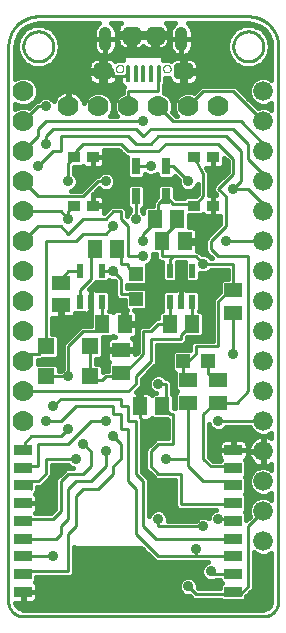
<source format=gtl>
G75*
%MOIN*%
%OFA0B0*%
%FSLAX25Y25*%
%IPPOS*%
%LPD*%
%AMOC8*
5,1,8,0,0,1.08239X$1,22.5*
%
%ADD10C,0.01000*%
%ADD11R,0.05846X0.03543*%
%ADD12C,0.07000*%
%ADD13R,0.04882X0.05906*%
%ADD14R,0.02165X0.04724*%
%ADD15R,0.05906X0.04882*%
%ADD16R,0.03150X0.05315*%
%ADD17R,0.05512X0.05512*%
%ADD18R,0.03937X0.03543*%
%ADD19R,0.04724X0.04724*%
%ADD20C,0.04000*%
%ADD21C,0.00750*%
%ADD22C,0.02750*%
%ADD23C,0.02953*%
%ADD24C,0.00000*%
%ADD25C,0.06600*%
%ADD26C,0.01600*%
%ADD27C,0.03562*%
D10*
X0006800Y0021144D02*
X0086800Y0021144D01*
X0086940Y0021146D01*
X0087080Y0021152D01*
X0087220Y0021162D01*
X0087360Y0021175D01*
X0087499Y0021193D01*
X0087638Y0021215D01*
X0087775Y0021240D01*
X0087913Y0021269D01*
X0088049Y0021302D01*
X0088184Y0021339D01*
X0088318Y0021380D01*
X0088451Y0021425D01*
X0088583Y0021473D01*
X0088713Y0021525D01*
X0088842Y0021580D01*
X0088969Y0021639D01*
X0089095Y0021702D01*
X0089219Y0021768D01*
X0089340Y0021837D01*
X0089460Y0021910D01*
X0089578Y0021987D01*
X0089693Y0022066D01*
X0089807Y0022149D01*
X0089917Y0022235D01*
X0090026Y0022324D01*
X0090132Y0022416D01*
X0090235Y0022511D01*
X0090336Y0022608D01*
X0090433Y0022709D01*
X0090528Y0022812D01*
X0090620Y0022918D01*
X0090709Y0023027D01*
X0090795Y0023137D01*
X0090878Y0023251D01*
X0090957Y0023366D01*
X0091034Y0023484D01*
X0091107Y0023604D01*
X0091176Y0023725D01*
X0091242Y0023849D01*
X0091305Y0023975D01*
X0091364Y0024102D01*
X0091419Y0024231D01*
X0091471Y0024361D01*
X0091519Y0024493D01*
X0091564Y0024626D01*
X0091605Y0024760D01*
X0091642Y0024895D01*
X0091675Y0025031D01*
X0091704Y0025169D01*
X0091729Y0025306D01*
X0091751Y0025445D01*
X0091769Y0025584D01*
X0091782Y0025724D01*
X0091792Y0025864D01*
X0091798Y0026004D01*
X0091800Y0026144D01*
X0091800Y0211144D01*
X0076800Y0211144D02*
X0076802Y0211285D01*
X0076808Y0211426D01*
X0076818Y0211566D01*
X0076832Y0211706D01*
X0076850Y0211846D01*
X0076871Y0211985D01*
X0076897Y0212124D01*
X0076926Y0212262D01*
X0076960Y0212398D01*
X0076997Y0212534D01*
X0077038Y0212669D01*
X0077083Y0212803D01*
X0077132Y0212935D01*
X0077184Y0213066D01*
X0077240Y0213195D01*
X0077300Y0213322D01*
X0077363Y0213448D01*
X0077429Y0213572D01*
X0077500Y0213695D01*
X0077573Y0213815D01*
X0077650Y0213933D01*
X0077730Y0214049D01*
X0077814Y0214162D01*
X0077900Y0214273D01*
X0077990Y0214382D01*
X0078083Y0214488D01*
X0078178Y0214591D01*
X0078277Y0214692D01*
X0078378Y0214790D01*
X0078482Y0214885D01*
X0078589Y0214977D01*
X0078698Y0215066D01*
X0078810Y0215151D01*
X0078924Y0215234D01*
X0079040Y0215314D01*
X0079159Y0215390D01*
X0079280Y0215462D01*
X0079402Y0215532D01*
X0079527Y0215597D01*
X0079653Y0215660D01*
X0079781Y0215718D01*
X0079911Y0215773D01*
X0080042Y0215825D01*
X0080175Y0215872D01*
X0080309Y0215916D01*
X0080444Y0215957D01*
X0080580Y0215993D01*
X0080717Y0216025D01*
X0080855Y0216054D01*
X0080993Y0216079D01*
X0081133Y0216099D01*
X0081273Y0216116D01*
X0081413Y0216129D01*
X0081554Y0216138D01*
X0081694Y0216143D01*
X0081835Y0216144D01*
X0081976Y0216141D01*
X0082117Y0216134D01*
X0082257Y0216123D01*
X0082397Y0216108D01*
X0082537Y0216089D01*
X0082676Y0216067D01*
X0082814Y0216040D01*
X0082952Y0216010D01*
X0083088Y0215975D01*
X0083224Y0215937D01*
X0083358Y0215895D01*
X0083492Y0215849D01*
X0083624Y0215800D01*
X0083754Y0215746D01*
X0083883Y0215689D01*
X0084010Y0215629D01*
X0084136Y0215565D01*
X0084259Y0215497D01*
X0084381Y0215426D01*
X0084501Y0215352D01*
X0084618Y0215274D01*
X0084733Y0215193D01*
X0084846Y0215109D01*
X0084957Y0215022D01*
X0085065Y0214931D01*
X0085170Y0214838D01*
X0085273Y0214741D01*
X0085373Y0214642D01*
X0085470Y0214540D01*
X0085564Y0214435D01*
X0085655Y0214328D01*
X0085743Y0214218D01*
X0085828Y0214106D01*
X0085910Y0213991D01*
X0085989Y0213874D01*
X0086064Y0213755D01*
X0086136Y0213634D01*
X0086204Y0213511D01*
X0086269Y0213386D01*
X0086331Y0213259D01*
X0086388Y0213130D01*
X0086443Y0213000D01*
X0086493Y0212869D01*
X0086540Y0212736D01*
X0086583Y0212602D01*
X0086622Y0212466D01*
X0086657Y0212330D01*
X0086689Y0212193D01*
X0086716Y0212055D01*
X0086740Y0211916D01*
X0086760Y0211776D01*
X0086776Y0211636D01*
X0086788Y0211496D01*
X0086796Y0211355D01*
X0086800Y0211214D01*
X0086800Y0211074D01*
X0086796Y0210933D01*
X0086788Y0210792D01*
X0086776Y0210652D01*
X0086760Y0210512D01*
X0086740Y0210372D01*
X0086716Y0210233D01*
X0086689Y0210095D01*
X0086657Y0209958D01*
X0086622Y0209822D01*
X0086583Y0209686D01*
X0086540Y0209552D01*
X0086493Y0209419D01*
X0086443Y0209288D01*
X0086388Y0209158D01*
X0086331Y0209029D01*
X0086269Y0208902D01*
X0086204Y0208777D01*
X0086136Y0208654D01*
X0086064Y0208533D01*
X0085989Y0208414D01*
X0085910Y0208297D01*
X0085828Y0208182D01*
X0085743Y0208070D01*
X0085655Y0207960D01*
X0085564Y0207853D01*
X0085470Y0207748D01*
X0085373Y0207646D01*
X0085273Y0207547D01*
X0085170Y0207450D01*
X0085065Y0207357D01*
X0084957Y0207266D01*
X0084846Y0207179D01*
X0084733Y0207095D01*
X0084618Y0207014D01*
X0084501Y0206936D01*
X0084381Y0206862D01*
X0084259Y0206791D01*
X0084136Y0206723D01*
X0084010Y0206659D01*
X0083883Y0206599D01*
X0083754Y0206542D01*
X0083624Y0206488D01*
X0083492Y0206439D01*
X0083358Y0206393D01*
X0083224Y0206351D01*
X0083088Y0206313D01*
X0082952Y0206278D01*
X0082814Y0206248D01*
X0082676Y0206221D01*
X0082537Y0206199D01*
X0082397Y0206180D01*
X0082257Y0206165D01*
X0082117Y0206154D01*
X0081976Y0206147D01*
X0081835Y0206144D01*
X0081694Y0206145D01*
X0081554Y0206150D01*
X0081413Y0206159D01*
X0081273Y0206172D01*
X0081133Y0206189D01*
X0080993Y0206209D01*
X0080855Y0206234D01*
X0080717Y0206263D01*
X0080580Y0206295D01*
X0080444Y0206331D01*
X0080309Y0206372D01*
X0080175Y0206416D01*
X0080042Y0206463D01*
X0079911Y0206515D01*
X0079781Y0206570D01*
X0079653Y0206628D01*
X0079527Y0206691D01*
X0079402Y0206756D01*
X0079280Y0206826D01*
X0079159Y0206898D01*
X0079040Y0206974D01*
X0078924Y0207054D01*
X0078810Y0207137D01*
X0078698Y0207222D01*
X0078589Y0207311D01*
X0078482Y0207403D01*
X0078378Y0207498D01*
X0078277Y0207596D01*
X0078178Y0207697D01*
X0078083Y0207800D01*
X0077990Y0207906D01*
X0077900Y0208015D01*
X0077814Y0208126D01*
X0077730Y0208239D01*
X0077650Y0208355D01*
X0077573Y0208473D01*
X0077500Y0208593D01*
X0077429Y0208716D01*
X0077363Y0208840D01*
X0077300Y0208966D01*
X0077240Y0209093D01*
X0077184Y0209222D01*
X0077132Y0209353D01*
X0077083Y0209485D01*
X0077038Y0209619D01*
X0076997Y0209754D01*
X0076960Y0209890D01*
X0076926Y0210026D01*
X0076897Y0210164D01*
X0076871Y0210303D01*
X0076850Y0210442D01*
X0076832Y0210582D01*
X0076818Y0210722D01*
X0076808Y0210862D01*
X0076802Y0211003D01*
X0076800Y0211144D01*
X0081800Y0221144D02*
X0082042Y0221141D01*
X0082283Y0221132D01*
X0082524Y0221118D01*
X0082765Y0221097D01*
X0083005Y0221071D01*
X0083245Y0221039D01*
X0083484Y0221001D01*
X0083721Y0220958D01*
X0083958Y0220908D01*
X0084193Y0220853D01*
X0084427Y0220793D01*
X0084659Y0220726D01*
X0084890Y0220655D01*
X0085119Y0220577D01*
X0085346Y0220494D01*
X0085571Y0220406D01*
X0085794Y0220312D01*
X0086014Y0220213D01*
X0086232Y0220108D01*
X0086447Y0219999D01*
X0086660Y0219884D01*
X0086870Y0219764D01*
X0087076Y0219639D01*
X0087280Y0219509D01*
X0087481Y0219374D01*
X0087678Y0219234D01*
X0087872Y0219090D01*
X0088062Y0218941D01*
X0088248Y0218787D01*
X0088431Y0218629D01*
X0088610Y0218467D01*
X0088785Y0218300D01*
X0088956Y0218129D01*
X0089123Y0217954D01*
X0089285Y0217775D01*
X0089443Y0217592D01*
X0089597Y0217406D01*
X0089746Y0217216D01*
X0089890Y0217022D01*
X0090030Y0216825D01*
X0090165Y0216624D01*
X0090295Y0216420D01*
X0090420Y0216214D01*
X0090540Y0216004D01*
X0090655Y0215791D01*
X0090764Y0215576D01*
X0090869Y0215358D01*
X0090968Y0215138D01*
X0091062Y0214915D01*
X0091150Y0214690D01*
X0091233Y0214463D01*
X0091311Y0214234D01*
X0091382Y0214003D01*
X0091449Y0213771D01*
X0091509Y0213537D01*
X0091564Y0213302D01*
X0091614Y0213065D01*
X0091657Y0212828D01*
X0091695Y0212589D01*
X0091727Y0212349D01*
X0091753Y0212109D01*
X0091774Y0211868D01*
X0091788Y0211627D01*
X0091797Y0211386D01*
X0091800Y0211144D01*
X0081800Y0221144D02*
X0011800Y0221144D01*
X0006800Y0211144D02*
X0006802Y0211285D01*
X0006808Y0211426D01*
X0006818Y0211566D01*
X0006832Y0211706D01*
X0006850Y0211846D01*
X0006871Y0211985D01*
X0006897Y0212124D01*
X0006926Y0212262D01*
X0006960Y0212398D01*
X0006997Y0212534D01*
X0007038Y0212669D01*
X0007083Y0212803D01*
X0007132Y0212935D01*
X0007184Y0213066D01*
X0007240Y0213195D01*
X0007300Y0213322D01*
X0007363Y0213448D01*
X0007429Y0213572D01*
X0007500Y0213695D01*
X0007573Y0213815D01*
X0007650Y0213933D01*
X0007730Y0214049D01*
X0007814Y0214162D01*
X0007900Y0214273D01*
X0007990Y0214382D01*
X0008083Y0214488D01*
X0008178Y0214591D01*
X0008277Y0214692D01*
X0008378Y0214790D01*
X0008482Y0214885D01*
X0008589Y0214977D01*
X0008698Y0215066D01*
X0008810Y0215151D01*
X0008924Y0215234D01*
X0009040Y0215314D01*
X0009159Y0215390D01*
X0009280Y0215462D01*
X0009402Y0215532D01*
X0009527Y0215597D01*
X0009653Y0215660D01*
X0009781Y0215718D01*
X0009911Y0215773D01*
X0010042Y0215825D01*
X0010175Y0215872D01*
X0010309Y0215916D01*
X0010444Y0215957D01*
X0010580Y0215993D01*
X0010717Y0216025D01*
X0010855Y0216054D01*
X0010993Y0216079D01*
X0011133Y0216099D01*
X0011273Y0216116D01*
X0011413Y0216129D01*
X0011554Y0216138D01*
X0011694Y0216143D01*
X0011835Y0216144D01*
X0011976Y0216141D01*
X0012117Y0216134D01*
X0012257Y0216123D01*
X0012397Y0216108D01*
X0012537Y0216089D01*
X0012676Y0216067D01*
X0012814Y0216040D01*
X0012952Y0216010D01*
X0013088Y0215975D01*
X0013224Y0215937D01*
X0013358Y0215895D01*
X0013492Y0215849D01*
X0013624Y0215800D01*
X0013754Y0215746D01*
X0013883Y0215689D01*
X0014010Y0215629D01*
X0014136Y0215565D01*
X0014259Y0215497D01*
X0014381Y0215426D01*
X0014501Y0215352D01*
X0014618Y0215274D01*
X0014733Y0215193D01*
X0014846Y0215109D01*
X0014957Y0215022D01*
X0015065Y0214931D01*
X0015170Y0214838D01*
X0015273Y0214741D01*
X0015373Y0214642D01*
X0015470Y0214540D01*
X0015564Y0214435D01*
X0015655Y0214328D01*
X0015743Y0214218D01*
X0015828Y0214106D01*
X0015910Y0213991D01*
X0015989Y0213874D01*
X0016064Y0213755D01*
X0016136Y0213634D01*
X0016204Y0213511D01*
X0016269Y0213386D01*
X0016331Y0213259D01*
X0016388Y0213130D01*
X0016443Y0213000D01*
X0016493Y0212869D01*
X0016540Y0212736D01*
X0016583Y0212602D01*
X0016622Y0212466D01*
X0016657Y0212330D01*
X0016689Y0212193D01*
X0016716Y0212055D01*
X0016740Y0211916D01*
X0016760Y0211776D01*
X0016776Y0211636D01*
X0016788Y0211496D01*
X0016796Y0211355D01*
X0016800Y0211214D01*
X0016800Y0211074D01*
X0016796Y0210933D01*
X0016788Y0210792D01*
X0016776Y0210652D01*
X0016760Y0210512D01*
X0016740Y0210372D01*
X0016716Y0210233D01*
X0016689Y0210095D01*
X0016657Y0209958D01*
X0016622Y0209822D01*
X0016583Y0209686D01*
X0016540Y0209552D01*
X0016493Y0209419D01*
X0016443Y0209288D01*
X0016388Y0209158D01*
X0016331Y0209029D01*
X0016269Y0208902D01*
X0016204Y0208777D01*
X0016136Y0208654D01*
X0016064Y0208533D01*
X0015989Y0208414D01*
X0015910Y0208297D01*
X0015828Y0208182D01*
X0015743Y0208070D01*
X0015655Y0207960D01*
X0015564Y0207853D01*
X0015470Y0207748D01*
X0015373Y0207646D01*
X0015273Y0207547D01*
X0015170Y0207450D01*
X0015065Y0207357D01*
X0014957Y0207266D01*
X0014846Y0207179D01*
X0014733Y0207095D01*
X0014618Y0207014D01*
X0014501Y0206936D01*
X0014381Y0206862D01*
X0014259Y0206791D01*
X0014136Y0206723D01*
X0014010Y0206659D01*
X0013883Y0206599D01*
X0013754Y0206542D01*
X0013624Y0206488D01*
X0013492Y0206439D01*
X0013358Y0206393D01*
X0013224Y0206351D01*
X0013088Y0206313D01*
X0012952Y0206278D01*
X0012814Y0206248D01*
X0012676Y0206221D01*
X0012537Y0206199D01*
X0012397Y0206180D01*
X0012257Y0206165D01*
X0012117Y0206154D01*
X0011976Y0206147D01*
X0011835Y0206144D01*
X0011694Y0206145D01*
X0011554Y0206150D01*
X0011413Y0206159D01*
X0011273Y0206172D01*
X0011133Y0206189D01*
X0010993Y0206209D01*
X0010855Y0206234D01*
X0010717Y0206263D01*
X0010580Y0206295D01*
X0010444Y0206331D01*
X0010309Y0206372D01*
X0010175Y0206416D01*
X0010042Y0206463D01*
X0009911Y0206515D01*
X0009781Y0206570D01*
X0009653Y0206628D01*
X0009527Y0206691D01*
X0009402Y0206756D01*
X0009280Y0206826D01*
X0009159Y0206898D01*
X0009040Y0206974D01*
X0008924Y0207054D01*
X0008810Y0207137D01*
X0008698Y0207222D01*
X0008589Y0207311D01*
X0008482Y0207403D01*
X0008378Y0207498D01*
X0008277Y0207596D01*
X0008178Y0207697D01*
X0008083Y0207800D01*
X0007990Y0207906D01*
X0007900Y0208015D01*
X0007814Y0208126D01*
X0007730Y0208239D01*
X0007650Y0208355D01*
X0007573Y0208473D01*
X0007500Y0208593D01*
X0007429Y0208716D01*
X0007363Y0208840D01*
X0007300Y0208966D01*
X0007240Y0209093D01*
X0007184Y0209222D01*
X0007132Y0209353D01*
X0007083Y0209485D01*
X0007038Y0209619D01*
X0006997Y0209754D01*
X0006960Y0209890D01*
X0006926Y0210026D01*
X0006897Y0210164D01*
X0006871Y0210303D01*
X0006850Y0210442D01*
X0006832Y0210582D01*
X0006818Y0210722D01*
X0006808Y0210862D01*
X0006802Y0211003D01*
X0006800Y0211144D01*
X0001800Y0211144D02*
X0001803Y0211386D01*
X0001812Y0211627D01*
X0001826Y0211868D01*
X0001847Y0212109D01*
X0001873Y0212349D01*
X0001905Y0212589D01*
X0001943Y0212828D01*
X0001986Y0213065D01*
X0002036Y0213302D01*
X0002091Y0213537D01*
X0002151Y0213771D01*
X0002218Y0214003D01*
X0002289Y0214234D01*
X0002367Y0214463D01*
X0002450Y0214690D01*
X0002538Y0214915D01*
X0002632Y0215138D01*
X0002731Y0215358D01*
X0002836Y0215576D01*
X0002945Y0215791D01*
X0003060Y0216004D01*
X0003180Y0216214D01*
X0003305Y0216420D01*
X0003435Y0216624D01*
X0003570Y0216825D01*
X0003710Y0217022D01*
X0003854Y0217216D01*
X0004003Y0217406D01*
X0004157Y0217592D01*
X0004315Y0217775D01*
X0004477Y0217954D01*
X0004644Y0218129D01*
X0004815Y0218300D01*
X0004990Y0218467D01*
X0005169Y0218629D01*
X0005352Y0218787D01*
X0005538Y0218941D01*
X0005728Y0219090D01*
X0005922Y0219234D01*
X0006119Y0219374D01*
X0006320Y0219509D01*
X0006524Y0219639D01*
X0006730Y0219764D01*
X0006940Y0219884D01*
X0007153Y0219999D01*
X0007368Y0220108D01*
X0007586Y0220213D01*
X0007806Y0220312D01*
X0008029Y0220406D01*
X0008254Y0220494D01*
X0008481Y0220577D01*
X0008710Y0220655D01*
X0008941Y0220726D01*
X0009173Y0220793D01*
X0009407Y0220853D01*
X0009642Y0220908D01*
X0009879Y0220958D01*
X0010116Y0221001D01*
X0010355Y0221039D01*
X0010595Y0221071D01*
X0010835Y0221097D01*
X0011076Y0221118D01*
X0011317Y0221132D01*
X0011558Y0221141D01*
X0011800Y0221144D01*
X0001800Y0211144D02*
X0001800Y0026144D01*
X0001802Y0026004D01*
X0001808Y0025864D01*
X0001818Y0025724D01*
X0001831Y0025584D01*
X0001849Y0025445D01*
X0001871Y0025306D01*
X0001896Y0025169D01*
X0001925Y0025031D01*
X0001958Y0024895D01*
X0001995Y0024760D01*
X0002036Y0024626D01*
X0002081Y0024493D01*
X0002129Y0024361D01*
X0002181Y0024231D01*
X0002236Y0024102D01*
X0002295Y0023975D01*
X0002358Y0023849D01*
X0002424Y0023725D01*
X0002493Y0023604D01*
X0002566Y0023484D01*
X0002643Y0023366D01*
X0002722Y0023251D01*
X0002805Y0023137D01*
X0002891Y0023027D01*
X0002980Y0022918D01*
X0003072Y0022812D01*
X0003167Y0022709D01*
X0003264Y0022608D01*
X0003365Y0022511D01*
X0003468Y0022416D01*
X0003574Y0022324D01*
X0003683Y0022235D01*
X0003793Y0022149D01*
X0003907Y0022066D01*
X0004022Y0021987D01*
X0004140Y0021910D01*
X0004260Y0021837D01*
X0004381Y0021768D01*
X0004505Y0021702D01*
X0004631Y0021639D01*
X0004758Y0021580D01*
X0004887Y0021525D01*
X0005017Y0021473D01*
X0005149Y0021425D01*
X0005282Y0021380D01*
X0005416Y0021339D01*
X0005551Y0021302D01*
X0005687Y0021269D01*
X0005825Y0021240D01*
X0005962Y0021215D01*
X0006101Y0021193D01*
X0006240Y0021175D01*
X0006380Y0021162D01*
X0006520Y0021152D01*
X0006660Y0021146D01*
X0006800Y0021144D01*
X0006790Y0029353D02*
X0023591Y0029353D01*
X0026800Y0026144D01*
X0021800Y0036144D02*
X0021800Y0048644D01*
X0024300Y0051144D01*
X0024300Y0061144D01*
X0026800Y0063644D01*
X0031800Y0063644D01*
X0036800Y0068644D01*
X0036800Y0071144D01*
X0039300Y0073644D01*
X0039300Y0078644D01*
X0036800Y0081144D01*
X0039300Y0083644D02*
X0041800Y0083644D01*
X0041800Y0066144D01*
X0044300Y0063644D01*
X0044300Y0048644D01*
X0051780Y0041164D01*
X0064300Y0041164D01*
X0064300Y0043644D01*
X0064300Y0041164D02*
X0076810Y0041164D01*
X0076810Y0035258D02*
X0070186Y0035258D01*
X0069300Y0036144D01*
X0064300Y0028644D02*
X0061800Y0031144D01*
X0064300Y0028644D02*
X0077519Y0028644D01*
X0076810Y0029353D01*
X0077519Y0028644D02*
X0079300Y0028644D01*
X0081800Y0031144D01*
X0081800Y0051144D01*
X0086800Y0056144D01*
X0086800Y0076144D02*
X0086347Y0076597D01*
X0076810Y0076597D01*
X0076357Y0071144D02*
X0076810Y0070691D01*
X0076357Y0071144D02*
X0069300Y0071144D01*
X0066800Y0073644D01*
X0066800Y0088644D01*
X0070560Y0092404D01*
X0071800Y0092404D01*
X0078060Y0092404D01*
X0081800Y0096144D01*
X0081800Y0141144D01*
X0071800Y0141144D01*
X0069300Y0143644D01*
X0069300Y0146144D01*
X0074300Y0151144D01*
X0074300Y0161144D01*
X0071800Y0163644D01*
X0076800Y0168644D01*
X0076800Y0173644D01*
X0071800Y0178644D01*
X0054300Y0178644D01*
X0051800Y0176144D01*
X0041800Y0176144D01*
X0039300Y0178644D01*
X0026800Y0178644D01*
X0024300Y0176144D01*
X0024300Y0174865D01*
X0023650Y0174215D01*
X0021800Y0172365D01*
X0021800Y0166144D01*
X0023650Y0158073D02*
X0021800Y0156223D01*
X0021800Y0153644D01*
X0019300Y0156144D01*
X0006800Y0156144D01*
X0011800Y0161144D02*
X0006800Y0166144D01*
X0006800Y0176144D02*
X0011800Y0181144D01*
X0011800Y0183644D01*
X0014300Y0186144D01*
X0046800Y0186144D01*
X0044300Y0183644D02*
X0046800Y0181144D01*
X0049300Y0183644D01*
X0076800Y0183644D01*
X0081800Y0178644D01*
X0081800Y0173644D01*
X0086800Y0168644D01*
X0086800Y0166144D01*
X0081800Y0163644D02*
X0086800Y0158644D01*
X0086800Y0156144D01*
X0081800Y0163644D02*
X0076800Y0163644D01*
X0079300Y0166144D01*
X0079300Y0176144D01*
X0074300Y0181144D01*
X0051800Y0181144D01*
X0049300Y0178644D01*
X0044300Y0178644D01*
X0041800Y0181144D01*
X0019300Y0181144D01*
X0019300Y0176144D01*
X0016800Y0176144D01*
X0011800Y0171144D01*
X0014300Y0178644D02*
X0014300Y0181144D01*
X0016800Y0183644D01*
X0044300Y0183644D01*
X0041800Y0191144D02*
X0041800Y0196144D01*
X0051800Y0196144D01*
X0051800Y0202010D01*
X0051918Y0202128D01*
X0051800Y0191144D02*
X0056800Y0186144D01*
X0079300Y0186144D01*
X0086800Y0178644D01*
X0086800Y0176144D01*
X0086800Y0186144D02*
X0076800Y0196144D01*
X0066800Y0196144D01*
X0061800Y0191144D01*
X0063650Y0174215D02*
X0066721Y0168644D01*
X0066800Y0168644D01*
X0066800Y0161144D01*
X0063650Y0157994D01*
X0063650Y0158073D01*
X0062371Y0158073D01*
X0061800Y0158644D01*
X0056800Y0158644D01*
X0054300Y0161144D01*
X0051800Y0158644D01*
X0051800Y0154884D01*
X0050560Y0153644D01*
X0049300Y0152384D01*
X0049300Y0151144D01*
X0046800Y0148644D01*
X0046800Y0146144D01*
X0046800Y0141144D02*
X0041800Y0141144D01*
X0041800Y0151144D01*
X0039300Y0153644D01*
X0039300Y0156144D01*
X0036800Y0156144D01*
X0034300Y0153644D01*
X0026800Y0153644D01*
X0021800Y0148644D01*
X0019300Y0151144D01*
X0011800Y0151144D01*
X0006800Y0146144D01*
X0011800Y0161144D02*
X0026800Y0161144D01*
X0031800Y0166144D01*
X0034300Y0166144D01*
X0036800Y0151144D02*
X0034300Y0148644D01*
X0026800Y0148644D01*
X0024300Y0146144D01*
X0014300Y0146144D01*
X0014300Y0111144D01*
X0014517Y0110928D01*
X0014517Y0111144D01*
X0012017Y0108644D01*
X0009300Y0108644D01*
X0006800Y0106144D01*
X0006800Y0096144D02*
X0041800Y0096144D01*
X0044300Y0098644D01*
X0044300Y0101144D01*
X0049300Y0106144D01*
X0049300Y0113644D01*
X0059300Y0113644D01*
X0059300Y0114904D01*
X0063040Y0118644D01*
X0063040Y0126026D01*
X0066800Y0138644D02*
X0064300Y0141144D01*
X0056800Y0141144D01*
X0055560Y0139904D01*
X0055560Y0136263D01*
X0056800Y0141144D02*
X0053060Y0141144D01*
X0053060Y0146144D01*
X0054300Y0147384D01*
X0054300Y0148644D01*
X0058040Y0152384D01*
X0058040Y0153644D01*
X0054300Y0146144D02*
X0053060Y0146144D01*
X0051800Y0146144D01*
X0053060Y0144884D01*
X0054300Y0144884D01*
X0050560Y0153644D02*
X0049300Y0153644D01*
X0044300Y0153644D02*
X0044300Y0161144D01*
X0044300Y0171144D02*
X0049300Y0171144D01*
X0054300Y0171144D02*
X0056800Y0171144D01*
X0061800Y0166144D01*
X0066800Y0138644D02*
X0076800Y0138644D01*
X0076800Y0129884D01*
X0075560Y0128644D01*
X0074300Y0128644D01*
X0071800Y0126144D01*
X0071800Y0111144D01*
X0064300Y0111144D01*
X0064300Y0108644D01*
X0061800Y0106144D01*
X0060166Y0106144D01*
X0060166Y0101518D01*
X0061800Y0099884D01*
X0061800Y0092404D02*
X0061800Y0073644D01*
X0054300Y0073644D01*
X0056800Y0078644D02*
X0056800Y0088644D01*
X0055540Y0088644D01*
X0053040Y0091144D01*
X0054300Y0092404D01*
X0054300Y0098644D01*
X0051800Y0098644D01*
X0054300Y0092384D02*
X0053040Y0091144D01*
X0045560Y0087384D02*
X0049300Y0083644D01*
X0051800Y0078644D02*
X0049300Y0076144D01*
X0049300Y0071144D01*
X0051800Y0068644D01*
X0059300Y0068644D01*
X0059300Y0058644D01*
X0076574Y0058644D01*
X0076810Y0058880D01*
X0076141Y0053644D02*
X0076810Y0052975D01*
X0076141Y0053644D02*
X0071800Y0053644D01*
X0066800Y0051144D02*
X0051800Y0051144D01*
X0051800Y0053644D01*
X0046800Y0051144D02*
X0050875Y0047069D01*
X0076810Y0047069D01*
X0076810Y0064786D02*
X0075452Y0066144D01*
X0066800Y0066144D01*
X0061800Y0071144D01*
X0061800Y0073644D01*
X0056800Y0078644D02*
X0051800Y0078644D01*
X0044300Y0068644D02*
X0046800Y0066144D01*
X0046800Y0051144D01*
X0044300Y0068644D02*
X0044300Y0086144D01*
X0041800Y0086144D01*
X0041800Y0091144D01*
X0039300Y0091144D01*
X0039300Y0093644D01*
X0019300Y0093644D01*
X0016800Y0091144D01*
X0019300Y0086144D02*
X0014300Y0086144D01*
X0011800Y0078644D02*
X0021800Y0078644D01*
X0029300Y0086144D01*
X0034300Y0086144D01*
X0036800Y0088644D02*
X0039300Y0088644D01*
X0039300Y0083644D01*
X0036800Y0088644D02*
X0036800Y0091144D01*
X0024300Y0091144D01*
X0019300Y0086144D01*
X0021800Y0083644D02*
X0019300Y0081144D01*
X0009300Y0081144D01*
X0007243Y0079087D01*
X0007243Y0076144D01*
X0006790Y0076597D01*
X0007243Y0071144D02*
X0011800Y0071144D01*
X0011800Y0078644D01*
X0014300Y0073644D02*
X0024300Y0073644D01*
X0021800Y0068644D02*
X0026800Y0068644D01*
X0029300Y0071144D01*
X0029300Y0076144D01*
X0026800Y0078644D01*
X0021800Y0068644D02*
X0019300Y0066144D01*
X0019300Y0056144D01*
X0016800Y0053644D01*
X0007459Y0053644D01*
X0006790Y0052975D01*
X0006790Y0047069D02*
X0017725Y0047069D01*
X0019300Y0048644D01*
X0019300Y0051144D01*
X0021800Y0053644D01*
X0021800Y0063644D01*
X0024300Y0066144D01*
X0029300Y0066144D01*
X0034300Y0071144D01*
X0034300Y0076144D01*
X0033060Y0099904D02*
X0030324Y0099904D01*
X0029083Y0101144D01*
X0029083Y0111144D01*
X0026800Y0116144D02*
X0031800Y0116144D01*
X0031800Y0117384D01*
X0033060Y0118644D01*
X0033040Y0118664D01*
X0033040Y0126026D01*
X0029300Y0126026D02*
X0029300Y0123644D01*
X0026800Y0121144D01*
X0019300Y0121144D01*
X0019300Y0124904D01*
X0019300Y0132384D02*
X0019300Y0133644D01*
X0021800Y0136144D01*
X0025441Y0136144D01*
X0025560Y0136263D01*
X0029300Y0133644D02*
X0025560Y0129904D01*
X0025560Y0126026D01*
X0029300Y0133644D02*
X0029300Y0142384D01*
X0030560Y0143644D01*
X0033040Y0136263D02*
X0036681Y0136263D01*
X0036800Y0136144D01*
X0039300Y0133644D01*
X0039300Y0128644D01*
X0042666Y0128644D01*
X0044300Y0127010D01*
X0044300Y0135278D02*
X0041800Y0137778D01*
X0041800Y0138644D01*
X0039300Y0138644D01*
X0039300Y0142384D01*
X0038040Y0143644D01*
X0051800Y0118644D02*
X0049300Y0116144D01*
X0046800Y0116144D01*
X0046800Y0108644D01*
X0040560Y0102404D01*
X0039300Y0102404D01*
X0038040Y0101144D01*
X0039300Y0101144D01*
X0038040Y0101144D02*
X0034300Y0101144D01*
X0033060Y0099904D01*
X0021800Y0111144D02*
X0026800Y0116144D01*
X0021800Y0111144D02*
X0021800Y0101144D01*
X0014517Y0101144D01*
X0014300Y0073644D02*
X0014300Y0068644D01*
X0011800Y0066144D01*
X0009300Y0066144D01*
X0007942Y0064786D01*
X0006790Y0064786D01*
X0009300Y0063644D02*
X0009300Y0066144D01*
X0006790Y0070691D02*
X0007243Y0071144D01*
X0006790Y0041164D02*
X0016780Y0041164D01*
X0016800Y0041144D01*
X0021800Y0036144D02*
X0007676Y0036144D01*
X0006790Y0035258D01*
X0045560Y0087384D02*
X0045560Y0091144D01*
X0051800Y0118644D02*
X0055560Y0118644D01*
X0055560Y0126026D01*
X0068434Y0106144D02*
X0068434Y0102010D01*
X0069300Y0101144D01*
X0070540Y0101144D01*
X0071800Y0099884D01*
X0071800Y0093644D02*
X0070540Y0093644D01*
X0071800Y0092404D01*
X0071800Y0086144D02*
X0086800Y0086144D01*
X0076800Y0108644D02*
X0076800Y0122404D01*
X0074300Y0146144D02*
X0086800Y0146144D01*
X0040698Y0201144D02*
X0041682Y0202128D01*
X0040698Y0201144D02*
X0036800Y0201144D01*
X0035119Y0202825D01*
X0033414Y0202825D01*
X0024871Y0174215D02*
X0023650Y0174215D01*
X0014300Y0191144D02*
X0011800Y0191144D01*
X0006800Y0186144D01*
D11*
X0006790Y0076597D03*
X0006790Y0070691D03*
X0006790Y0064786D03*
X0006790Y0058880D03*
X0006790Y0052975D03*
X0006790Y0047069D03*
X0006790Y0041164D03*
X0006790Y0035258D03*
X0006790Y0029353D03*
X0076810Y0029353D03*
X0076810Y0035258D03*
X0076810Y0041164D03*
X0076810Y0047069D03*
X0076810Y0052975D03*
X0076810Y0058880D03*
X0076810Y0064786D03*
X0076810Y0070691D03*
X0076810Y0076597D03*
D12*
X0071800Y0191144D03*
X0061800Y0191144D03*
X0051800Y0191144D03*
X0041800Y0191144D03*
X0031800Y0191144D03*
X0021800Y0191144D03*
X0006800Y0186144D03*
X0006800Y0196144D03*
X0006800Y0176144D03*
X0006800Y0166144D03*
X0006800Y0156144D03*
X0006800Y0146144D03*
X0006800Y0136144D03*
X0006800Y0126144D03*
X0006800Y0116144D03*
X0006800Y0106144D03*
X0006800Y0096144D03*
X0006800Y0086144D03*
D13*
X0030560Y0143644D03*
X0038040Y0143644D03*
X0040540Y0118644D03*
X0033060Y0118644D03*
X0045560Y0091144D03*
X0053040Y0091144D03*
X0055560Y0118644D03*
X0063040Y0118644D03*
X0060540Y0146144D03*
X0058040Y0153644D03*
X0053060Y0146144D03*
X0050560Y0153644D03*
D14*
X0055560Y0136263D03*
X0055560Y0126026D03*
X0059300Y0126026D03*
X0063040Y0126026D03*
X0063040Y0136263D03*
X0033040Y0136263D03*
X0033040Y0126026D03*
X0029300Y0126026D03*
X0025560Y0126026D03*
X0025560Y0136263D03*
D15*
X0019300Y0132384D03*
X0019300Y0124904D03*
X0039300Y0109884D03*
X0039300Y0102404D03*
X0061800Y0099884D03*
X0061800Y0092404D03*
X0071800Y0092404D03*
X0071800Y0099884D03*
X0076800Y0122404D03*
X0076800Y0129884D03*
D16*
X0054300Y0161144D03*
X0054300Y0171144D03*
X0044300Y0171144D03*
X0044300Y0161144D03*
D17*
X0029083Y0111144D03*
X0029083Y0101144D03*
X0014517Y0101144D03*
X0014517Y0111144D03*
D18*
X0023650Y0158073D03*
X0029950Y0158073D03*
X0029950Y0174215D03*
X0023650Y0174215D03*
X0063650Y0174215D03*
X0069950Y0174215D03*
X0069950Y0158073D03*
X0063650Y0158073D03*
D19*
X0044300Y0135278D03*
X0044300Y0127010D03*
X0060166Y0106144D03*
X0068434Y0106144D03*
D20*
X0059500Y0211644D02*
X0059500Y0215644D01*
X0034100Y0215644D02*
X0034100Y0211644D01*
D21*
X0041307Y0199503D02*
X0042057Y0199503D01*
X0041307Y0199503D02*
X0041307Y0204753D01*
X0042057Y0204753D01*
X0042057Y0199503D01*
X0042057Y0200252D02*
X0041307Y0200252D01*
X0041307Y0201001D02*
X0042057Y0201001D01*
X0042057Y0201750D02*
X0041307Y0201750D01*
X0041307Y0202499D02*
X0042057Y0202499D01*
X0042057Y0203248D02*
X0041307Y0203248D01*
X0041307Y0203997D02*
X0042057Y0203997D01*
X0042057Y0204746D02*
X0041307Y0204746D01*
X0043866Y0199503D02*
X0044616Y0199503D01*
X0043866Y0199503D02*
X0043866Y0204753D01*
X0044616Y0204753D01*
X0044616Y0199503D01*
X0044616Y0200252D02*
X0043866Y0200252D01*
X0043866Y0201001D02*
X0044616Y0201001D01*
X0044616Y0201750D02*
X0043866Y0201750D01*
X0043866Y0202499D02*
X0044616Y0202499D01*
X0044616Y0203248D02*
X0043866Y0203248D01*
X0043866Y0203997D02*
X0044616Y0203997D01*
X0044616Y0204746D02*
X0043866Y0204746D01*
X0046425Y0199503D02*
X0047175Y0199503D01*
X0046425Y0199503D02*
X0046425Y0204753D01*
X0047175Y0204753D01*
X0047175Y0199503D01*
X0047175Y0200252D02*
X0046425Y0200252D01*
X0046425Y0201001D02*
X0047175Y0201001D01*
X0047175Y0201750D02*
X0046425Y0201750D01*
X0046425Y0202499D02*
X0047175Y0202499D01*
X0047175Y0203248D02*
X0046425Y0203248D01*
X0046425Y0203997D02*
X0047175Y0203997D01*
X0047175Y0204746D02*
X0046425Y0204746D01*
X0048984Y0199503D02*
X0049734Y0199503D01*
X0048984Y0199503D02*
X0048984Y0204753D01*
X0049734Y0204753D01*
X0049734Y0199503D01*
X0049734Y0200252D02*
X0048984Y0200252D01*
X0048984Y0201001D02*
X0049734Y0201001D01*
X0049734Y0201750D02*
X0048984Y0201750D01*
X0048984Y0202499D02*
X0049734Y0202499D01*
X0049734Y0203248D02*
X0048984Y0203248D01*
X0048984Y0203997D02*
X0049734Y0203997D01*
X0049734Y0204746D02*
X0048984Y0204746D01*
X0051543Y0199503D02*
X0052293Y0199503D01*
X0051543Y0199503D02*
X0051543Y0204753D01*
X0052293Y0204753D01*
X0052293Y0199503D01*
X0052293Y0200252D02*
X0051543Y0200252D01*
X0051543Y0201001D02*
X0052293Y0201001D01*
X0052293Y0201750D02*
X0051543Y0201750D01*
X0051543Y0202499D02*
X0052293Y0202499D01*
X0052293Y0203248D02*
X0051543Y0203248D01*
X0051543Y0203997D02*
X0052293Y0203997D01*
X0052293Y0204746D02*
X0051543Y0204746D01*
D22*
X0058412Y0204200D02*
X0058412Y0201450D01*
X0058412Y0204200D02*
X0061960Y0204200D01*
X0061960Y0201450D01*
X0058412Y0201450D01*
X0058412Y0204199D02*
X0061960Y0204199D01*
X0031640Y0204200D02*
X0031640Y0201450D01*
X0031640Y0204200D02*
X0035188Y0204200D01*
X0035188Y0201450D01*
X0031640Y0201450D01*
X0031640Y0204199D02*
X0035188Y0204199D01*
D23*
X0041386Y0216401D02*
X0044340Y0216401D01*
X0044340Y0213447D01*
X0041386Y0213447D01*
X0041386Y0216401D01*
X0041386Y0216399D02*
X0044340Y0216399D01*
X0049260Y0216401D02*
X0052214Y0216401D01*
X0052214Y0213447D01*
X0049260Y0213447D01*
X0049260Y0216401D01*
X0049260Y0216399D02*
X0052214Y0216399D01*
D24*
X0053424Y0203703D02*
X0053426Y0203773D01*
X0053432Y0203843D01*
X0053442Y0203912D01*
X0053455Y0203981D01*
X0053473Y0204049D01*
X0053494Y0204116D01*
X0053519Y0204181D01*
X0053548Y0204245D01*
X0053580Y0204308D01*
X0053616Y0204368D01*
X0053655Y0204426D01*
X0053697Y0204482D01*
X0053742Y0204536D01*
X0053790Y0204587D01*
X0053841Y0204635D01*
X0053895Y0204680D01*
X0053951Y0204722D01*
X0054009Y0204761D01*
X0054069Y0204797D01*
X0054132Y0204829D01*
X0054196Y0204858D01*
X0054261Y0204883D01*
X0054328Y0204904D01*
X0054396Y0204922D01*
X0054465Y0204935D01*
X0054534Y0204945D01*
X0054604Y0204951D01*
X0054674Y0204953D01*
X0054744Y0204951D01*
X0054814Y0204945D01*
X0054883Y0204935D01*
X0054952Y0204922D01*
X0055020Y0204904D01*
X0055087Y0204883D01*
X0055152Y0204858D01*
X0055216Y0204829D01*
X0055279Y0204797D01*
X0055339Y0204761D01*
X0055397Y0204722D01*
X0055453Y0204680D01*
X0055507Y0204635D01*
X0055558Y0204587D01*
X0055606Y0204536D01*
X0055651Y0204482D01*
X0055693Y0204426D01*
X0055732Y0204368D01*
X0055768Y0204308D01*
X0055800Y0204245D01*
X0055829Y0204181D01*
X0055854Y0204116D01*
X0055875Y0204049D01*
X0055893Y0203981D01*
X0055906Y0203912D01*
X0055916Y0203843D01*
X0055922Y0203773D01*
X0055924Y0203703D01*
X0055922Y0203633D01*
X0055916Y0203563D01*
X0055906Y0203494D01*
X0055893Y0203425D01*
X0055875Y0203357D01*
X0055854Y0203290D01*
X0055829Y0203225D01*
X0055800Y0203161D01*
X0055768Y0203098D01*
X0055732Y0203038D01*
X0055693Y0202980D01*
X0055651Y0202924D01*
X0055606Y0202870D01*
X0055558Y0202819D01*
X0055507Y0202771D01*
X0055453Y0202726D01*
X0055397Y0202684D01*
X0055339Y0202645D01*
X0055279Y0202609D01*
X0055216Y0202577D01*
X0055152Y0202548D01*
X0055087Y0202523D01*
X0055020Y0202502D01*
X0054952Y0202484D01*
X0054883Y0202471D01*
X0054814Y0202461D01*
X0054744Y0202455D01*
X0054674Y0202453D01*
X0054604Y0202455D01*
X0054534Y0202461D01*
X0054465Y0202471D01*
X0054396Y0202484D01*
X0054328Y0202502D01*
X0054261Y0202523D01*
X0054196Y0202548D01*
X0054132Y0202577D01*
X0054069Y0202609D01*
X0054009Y0202645D01*
X0053951Y0202684D01*
X0053895Y0202726D01*
X0053841Y0202771D01*
X0053790Y0202819D01*
X0053742Y0202870D01*
X0053697Y0202924D01*
X0053655Y0202980D01*
X0053616Y0203038D01*
X0053580Y0203098D01*
X0053548Y0203161D01*
X0053519Y0203225D01*
X0053494Y0203290D01*
X0053473Y0203357D01*
X0053455Y0203425D01*
X0053442Y0203494D01*
X0053432Y0203563D01*
X0053426Y0203633D01*
X0053424Y0203703D01*
X0037676Y0203703D02*
X0037678Y0203773D01*
X0037684Y0203843D01*
X0037694Y0203912D01*
X0037707Y0203981D01*
X0037725Y0204049D01*
X0037746Y0204116D01*
X0037771Y0204181D01*
X0037800Y0204245D01*
X0037832Y0204308D01*
X0037868Y0204368D01*
X0037907Y0204426D01*
X0037949Y0204482D01*
X0037994Y0204536D01*
X0038042Y0204587D01*
X0038093Y0204635D01*
X0038147Y0204680D01*
X0038203Y0204722D01*
X0038261Y0204761D01*
X0038321Y0204797D01*
X0038384Y0204829D01*
X0038448Y0204858D01*
X0038513Y0204883D01*
X0038580Y0204904D01*
X0038648Y0204922D01*
X0038717Y0204935D01*
X0038786Y0204945D01*
X0038856Y0204951D01*
X0038926Y0204953D01*
X0038996Y0204951D01*
X0039066Y0204945D01*
X0039135Y0204935D01*
X0039204Y0204922D01*
X0039272Y0204904D01*
X0039339Y0204883D01*
X0039404Y0204858D01*
X0039468Y0204829D01*
X0039531Y0204797D01*
X0039591Y0204761D01*
X0039649Y0204722D01*
X0039705Y0204680D01*
X0039759Y0204635D01*
X0039810Y0204587D01*
X0039858Y0204536D01*
X0039903Y0204482D01*
X0039945Y0204426D01*
X0039984Y0204368D01*
X0040020Y0204308D01*
X0040052Y0204245D01*
X0040081Y0204181D01*
X0040106Y0204116D01*
X0040127Y0204049D01*
X0040145Y0203981D01*
X0040158Y0203912D01*
X0040168Y0203843D01*
X0040174Y0203773D01*
X0040176Y0203703D01*
X0040174Y0203633D01*
X0040168Y0203563D01*
X0040158Y0203494D01*
X0040145Y0203425D01*
X0040127Y0203357D01*
X0040106Y0203290D01*
X0040081Y0203225D01*
X0040052Y0203161D01*
X0040020Y0203098D01*
X0039984Y0203038D01*
X0039945Y0202980D01*
X0039903Y0202924D01*
X0039858Y0202870D01*
X0039810Y0202819D01*
X0039759Y0202771D01*
X0039705Y0202726D01*
X0039649Y0202684D01*
X0039591Y0202645D01*
X0039531Y0202609D01*
X0039468Y0202577D01*
X0039404Y0202548D01*
X0039339Y0202523D01*
X0039272Y0202502D01*
X0039204Y0202484D01*
X0039135Y0202471D01*
X0039066Y0202461D01*
X0038996Y0202455D01*
X0038926Y0202453D01*
X0038856Y0202455D01*
X0038786Y0202461D01*
X0038717Y0202471D01*
X0038648Y0202484D01*
X0038580Y0202502D01*
X0038513Y0202523D01*
X0038448Y0202548D01*
X0038384Y0202577D01*
X0038321Y0202609D01*
X0038261Y0202645D01*
X0038203Y0202684D01*
X0038147Y0202726D01*
X0038093Y0202771D01*
X0038042Y0202819D01*
X0037994Y0202870D01*
X0037949Y0202924D01*
X0037907Y0202980D01*
X0037868Y0203038D01*
X0037832Y0203098D01*
X0037800Y0203161D01*
X0037771Y0203225D01*
X0037746Y0203290D01*
X0037725Y0203357D01*
X0037707Y0203425D01*
X0037694Y0203494D01*
X0037684Y0203563D01*
X0037678Y0203633D01*
X0037676Y0203703D01*
D25*
X0086800Y0196144D03*
X0086800Y0186144D03*
X0086800Y0176144D03*
X0086800Y0166144D03*
X0086800Y0156144D03*
X0086800Y0146144D03*
X0086800Y0136144D03*
X0086800Y0126144D03*
X0086800Y0116144D03*
X0086800Y0106144D03*
X0086800Y0096144D03*
X0086800Y0086144D03*
X0086800Y0076144D03*
X0086800Y0066144D03*
X0086800Y0056144D03*
X0086800Y0046144D03*
D26*
X0088895Y0041925D02*
X0089500Y0041925D01*
X0089462Y0042160D02*
X0089500Y0042197D01*
X0089500Y0026144D01*
X0089448Y0025617D01*
X0089045Y0024644D01*
X0088300Y0023899D01*
X0087327Y0023496D01*
X0086800Y0023444D01*
X0006800Y0023444D01*
X0006273Y0023496D01*
X0005300Y0023899D01*
X0004555Y0024644D01*
X0004152Y0025617D01*
X0004136Y0025781D01*
X0006704Y0025781D01*
X0006704Y0029267D01*
X0006876Y0029267D01*
X0006876Y0029439D01*
X0011513Y0029439D01*
X0011513Y0031361D01*
X0011391Y0031819D01*
X0011154Y0032230D01*
X0010819Y0032565D01*
X0010789Y0032582D01*
X0011113Y0032907D01*
X0011113Y0034244D01*
X0022587Y0034244D01*
X0023700Y0035357D01*
X0023700Y0044363D01*
X0023969Y0044094D01*
X0046163Y0044094D01*
X0050993Y0039264D01*
X0052567Y0039264D01*
X0063513Y0039264D01*
X0068519Y0039264D01*
X0067498Y0038841D01*
X0066603Y0037946D01*
X0066119Y0036777D01*
X0066119Y0035511D01*
X0066603Y0034342D01*
X0067498Y0033447D01*
X0068667Y0032963D01*
X0069933Y0032963D01*
X0070887Y0033358D01*
X0072487Y0033358D01*
X0072487Y0032907D01*
X0073088Y0032305D01*
X0072487Y0031704D01*
X0072487Y0030544D01*
X0065087Y0030544D01*
X0064981Y0030650D01*
X0064981Y0031777D01*
X0064497Y0032946D01*
X0063602Y0033841D01*
X0062433Y0034325D01*
X0061167Y0034325D01*
X0059998Y0033841D01*
X0059103Y0032946D01*
X0058619Y0031777D01*
X0058619Y0030511D01*
X0059103Y0029342D01*
X0059998Y0028447D01*
X0061167Y0027963D01*
X0062294Y0027963D01*
X0063513Y0026744D01*
X0072744Y0026744D01*
X0073307Y0026181D01*
X0080313Y0026181D01*
X0081133Y0027001D01*
X0081133Y0027790D01*
X0081200Y0027857D01*
X0083700Y0030357D01*
X0083700Y0042597D01*
X0084138Y0042160D01*
X0085865Y0041444D01*
X0087735Y0041444D01*
X0089462Y0042160D01*
X0089500Y0040326D02*
X0083700Y0040326D01*
X0083700Y0038728D02*
X0089500Y0038728D01*
X0089500Y0037129D02*
X0083700Y0037129D01*
X0083700Y0035531D02*
X0089500Y0035531D01*
X0089500Y0033932D02*
X0083700Y0033932D01*
X0083700Y0032334D02*
X0089500Y0032334D01*
X0089500Y0030735D02*
X0083700Y0030735D01*
X0082480Y0029137D02*
X0089500Y0029137D01*
X0089500Y0027538D02*
X0081133Y0027538D01*
X0083700Y0041925D02*
X0084705Y0041925D01*
X0081133Y0053164D02*
X0081133Y0055326D01*
X0080532Y0055928D01*
X0081133Y0056529D01*
X0081133Y0061232D01*
X0080532Y0061833D01*
X0081133Y0062434D01*
X0081133Y0067137D01*
X0080532Y0067739D01*
X0081133Y0068340D01*
X0081133Y0073043D01*
X0080808Y0073368D01*
X0080838Y0073385D01*
X0081173Y0073720D01*
X0081410Y0074130D01*
X0081533Y0074588D01*
X0081533Y0076511D01*
X0076896Y0076511D01*
X0076896Y0076683D01*
X0076724Y0076683D01*
X0076724Y0080168D01*
X0073650Y0080168D01*
X0073192Y0080046D01*
X0072781Y0079809D01*
X0072446Y0079474D01*
X0072209Y0079063D01*
X0072087Y0078605D01*
X0072087Y0076683D01*
X0076724Y0076683D01*
X0076724Y0076511D01*
X0072087Y0076511D01*
X0072087Y0074588D01*
X0072209Y0074130D01*
X0072446Y0073720D01*
X0072781Y0073385D01*
X0072811Y0073368D01*
X0072488Y0073044D01*
X0070087Y0073044D01*
X0068700Y0074431D01*
X0068700Y0085316D01*
X0069103Y0084342D01*
X0069998Y0083447D01*
X0071167Y0082963D01*
X0072433Y0082963D01*
X0073602Y0083447D01*
X0074399Y0084244D01*
X0082500Y0084244D01*
X0082816Y0083482D01*
X0084138Y0082160D01*
X0085865Y0081444D01*
X0087735Y0081444D01*
X0089462Y0082160D01*
X0089500Y0082197D01*
X0089500Y0080486D01*
X0089473Y0080506D01*
X0088758Y0080870D01*
X0087994Y0081119D01*
X0087201Y0081244D01*
X0086984Y0081244D01*
X0086984Y0076328D01*
X0086616Y0076328D01*
X0086616Y0075960D01*
X0086984Y0075960D01*
X0086984Y0071044D01*
X0087201Y0071044D01*
X0087994Y0071170D01*
X0088758Y0071418D01*
X0089473Y0071782D01*
X0089500Y0071802D01*
X0089500Y0070091D01*
X0089462Y0070129D01*
X0087735Y0070844D01*
X0085865Y0070844D01*
X0084138Y0070129D01*
X0082816Y0068806D01*
X0082100Y0067079D01*
X0082100Y0065209D01*
X0082816Y0063482D01*
X0084138Y0062160D01*
X0085865Y0061444D01*
X0087735Y0061444D01*
X0089462Y0062160D01*
X0089500Y0062197D01*
X0089500Y0060091D01*
X0089462Y0060129D01*
X0087735Y0060844D01*
X0085865Y0060844D01*
X0084138Y0060129D01*
X0082816Y0058806D01*
X0082100Y0057079D01*
X0082100Y0055209D01*
X0082416Y0054447D01*
X0081133Y0053164D01*
X0081133Y0054713D02*
X0082306Y0054713D01*
X0082100Y0056311D02*
X0080916Y0056311D01*
X0081133Y0057910D02*
X0082444Y0057910D01*
X0083517Y0059508D02*
X0081133Y0059508D01*
X0081133Y0061107D02*
X0089500Y0061107D01*
X0089500Y0070698D02*
X0088088Y0070698D01*
X0086616Y0071044D02*
X0086616Y0075960D01*
X0081700Y0075960D01*
X0081700Y0075743D01*
X0081826Y0074950D01*
X0082074Y0074186D01*
X0082438Y0073471D01*
X0082910Y0072822D01*
X0083478Y0072254D01*
X0084127Y0071782D01*
X0084842Y0071418D01*
X0085606Y0071170D01*
X0086399Y0071044D01*
X0086616Y0071044D01*
X0085512Y0070698D02*
X0081133Y0070698D01*
X0081133Y0072296D02*
X0083435Y0072296D01*
X0083109Y0069099D02*
X0081133Y0069099D01*
X0080770Y0067501D02*
X0082275Y0067501D01*
X0082100Y0065902D02*
X0081133Y0065902D01*
X0081133Y0064304D02*
X0082475Y0064304D01*
X0083592Y0062705D02*
X0081133Y0062705D01*
X0081274Y0073895D02*
X0082222Y0073895D01*
X0081739Y0075493D02*
X0081533Y0075493D01*
X0081700Y0076328D02*
X0086616Y0076328D01*
X0086616Y0081244D01*
X0086399Y0081244D01*
X0085606Y0081119D01*
X0084842Y0080870D01*
X0084127Y0080506D01*
X0083478Y0080034D01*
X0082910Y0079467D01*
X0082438Y0078817D01*
X0082074Y0078102D01*
X0081826Y0077338D01*
X0081700Y0076545D01*
X0081700Y0076328D01*
X0081533Y0076683D02*
X0081533Y0078605D01*
X0081410Y0079063D01*
X0081173Y0079474D01*
X0080838Y0079809D01*
X0080428Y0080046D01*
X0079970Y0080168D01*
X0076896Y0080168D01*
X0076896Y0076683D01*
X0081533Y0076683D01*
X0081533Y0077092D02*
X0081787Y0077092D01*
X0081510Y0078691D02*
X0082374Y0078691D01*
X0083828Y0080289D02*
X0068700Y0080289D01*
X0068700Y0078691D02*
X0072109Y0078691D01*
X0072087Y0077092D02*
X0068700Y0077092D01*
X0068700Y0075493D02*
X0072087Y0075493D01*
X0072345Y0073895D02*
X0069236Y0073895D01*
X0068700Y0081888D02*
X0084795Y0081888D01*
X0086616Y0080289D02*
X0086984Y0080289D01*
X0086984Y0078691D02*
X0086616Y0078691D01*
X0086616Y0077092D02*
X0086984Y0077092D01*
X0086984Y0075493D02*
X0086616Y0075493D01*
X0086616Y0073895D02*
X0086984Y0073895D01*
X0086984Y0072296D02*
X0086616Y0072296D01*
X0088805Y0081888D02*
X0089500Y0081888D01*
X0082814Y0083486D02*
X0073641Y0083486D01*
X0076724Y0078691D02*
X0076896Y0078691D01*
X0076896Y0077092D02*
X0076724Y0077092D01*
X0069959Y0083486D02*
X0068700Y0083486D01*
X0068700Y0085085D02*
X0068796Y0085085D01*
X0062400Y0109906D02*
X0057224Y0109906D01*
X0056404Y0109086D01*
X0056404Y0103202D01*
X0057224Y0102382D01*
X0057447Y0102382D01*
X0057447Y0096863D01*
X0058167Y0096144D01*
X0057447Y0095425D01*
X0057447Y0090544D01*
X0056881Y0090544D01*
X0056881Y0094677D01*
X0056200Y0095358D01*
X0056200Y0099431D01*
X0055087Y0100544D01*
X0054399Y0100544D01*
X0053602Y0101341D01*
X0052433Y0101825D01*
X0051167Y0101825D01*
X0049998Y0101341D01*
X0049103Y0100446D01*
X0048619Y0099277D01*
X0048619Y0098011D01*
X0049103Y0096842D01*
X0049998Y0095947D01*
X0051086Y0095497D01*
X0050019Y0095497D01*
X0049545Y0095022D01*
X0049441Y0095202D01*
X0049106Y0095537D01*
X0048696Y0095774D01*
X0048238Y0095897D01*
X0045980Y0095897D01*
X0045980Y0091565D01*
X0045139Y0091565D01*
X0045139Y0095897D01*
X0044240Y0095897D01*
X0046200Y0097857D01*
X0046200Y0100357D01*
X0050087Y0104244D01*
X0051200Y0105357D01*
X0051200Y0111744D01*
X0060087Y0111744D01*
X0061200Y0112857D01*
X0061200Y0114117D01*
X0061374Y0114291D01*
X0066061Y0114291D01*
X0066881Y0115111D01*
X0066881Y0122177D01*
X0066061Y0122997D01*
X0065436Y0122997D01*
X0065523Y0123083D01*
X0065523Y0128968D01*
X0064703Y0129788D01*
X0061528Y0129788D01*
X0061488Y0129828D01*
X0061077Y0130065D01*
X0060620Y0130188D01*
X0059300Y0130188D01*
X0057980Y0130188D01*
X0057523Y0130065D01*
X0057112Y0129828D01*
X0057072Y0129788D01*
X0053897Y0129788D01*
X0053077Y0128968D01*
X0053077Y0123083D01*
X0053164Y0122997D01*
X0052539Y0122997D01*
X0051719Y0122177D01*
X0051719Y0120544D01*
X0051013Y0120544D01*
X0048513Y0118044D01*
X0046013Y0118044D01*
X0044900Y0116931D01*
X0044900Y0109431D01*
X0044053Y0108584D01*
X0044053Y0109464D01*
X0039721Y0109464D01*
X0039721Y0110305D01*
X0044053Y0110305D01*
X0044053Y0112562D01*
X0043930Y0113020D01*
X0043693Y0113430D01*
X0043358Y0113766D01*
X0043140Y0113891D01*
X0043218Y0113891D01*
X0043676Y0114014D01*
X0044086Y0114251D01*
X0044421Y0114586D01*
X0044658Y0114997D01*
X0044781Y0115454D01*
X0044781Y0118224D01*
X0040961Y0118224D01*
X0040961Y0119065D01*
X0040120Y0119065D01*
X0040120Y0123397D01*
X0037862Y0123397D01*
X0037404Y0123274D01*
X0036994Y0123037D01*
X0036659Y0122702D01*
X0036555Y0122522D01*
X0036081Y0122997D01*
X0035436Y0122997D01*
X0035523Y0123083D01*
X0035523Y0128968D01*
X0034703Y0129788D01*
X0031528Y0129788D01*
X0031488Y0129828D01*
X0031077Y0130065D01*
X0030620Y0130188D01*
X0029300Y0130188D01*
X0028531Y0130188D01*
X0030087Y0131744D01*
X0031110Y0132768D01*
X0031378Y0132500D01*
X0034703Y0132500D01*
X0035459Y0133256D01*
X0036167Y0132963D01*
X0037294Y0132963D01*
X0037400Y0132857D01*
X0037400Y0127857D01*
X0038513Y0126744D01*
X0040538Y0126744D01*
X0040538Y0124068D01*
X0041209Y0123397D01*
X0040961Y0123397D01*
X0040961Y0119065D01*
X0044781Y0119065D01*
X0044781Y0121834D01*
X0044658Y0122292D01*
X0044421Y0122702D01*
X0044086Y0123037D01*
X0043721Y0123248D01*
X0047242Y0123248D01*
X0048062Y0124068D01*
X0048062Y0129952D01*
X0047242Y0130772D01*
X0041358Y0130772D01*
X0041200Y0130615D01*
X0041200Y0131674D01*
X0041358Y0131516D01*
X0047242Y0131516D01*
X0048062Y0132336D01*
X0048062Y0138220D01*
X0048060Y0138223D01*
X0048602Y0138447D01*
X0049497Y0139342D01*
X0049981Y0140511D01*
X0049981Y0141777D01*
X0049930Y0141900D01*
X0050039Y0141791D01*
X0051160Y0141791D01*
X0051160Y0140357D01*
X0052273Y0139244D01*
X0053117Y0139244D01*
X0053077Y0139205D01*
X0053077Y0133320D01*
X0053897Y0132500D01*
X0057222Y0132500D01*
X0058043Y0133320D01*
X0058043Y0139205D01*
X0058003Y0139244D01*
X0060597Y0139244D01*
X0060557Y0139205D01*
X0060557Y0133320D01*
X0061378Y0132500D01*
X0064703Y0132500D01*
X0065523Y0133320D01*
X0065523Y0135730D01*
X0066167Y0135463D01*
X0067433Y0135463D01*
X0068602Y0135947D01*
X0069399Y0136744D01*
X0074900Y0136744D01*
X0074900Y0133725D01*
X0073267Y0133725D01*
X0072447Y0132905D01*
X0072447Y0129478D01*
X0072400Y0129431D01*
X0069900Y0126931D01*
X0069900Y0113044D01*
X0063513Y0113044D01*
X0062400Y0111931D01*
X0062400Y0109906D01*
X0062400Y0110661D02*
X0051200Y0110661D01*
X0051200Y0109062D02*
X0056404Y0109062D01*
X0056404Y0107464D02*
X0051200Y0107464D01*
X0051200Y0105865D02*
X0056404Y0105865D01*
X0056404Y0104267D02*
X0050110Y0104267D01*
X0049727Y0101070D02*
X0046913Y0101070D01*
X0046200Y0099471D02*
X0048699Y0099471D01*
X0048676Y0097873D02*
X0046200Y0097873D01*
X0045980Y0094676D02*
X0045139Y0094676D01*
X0045139Y0093077D02*
X0045980Y0093077D01*
X0044617Y0096274D02*
X0049671Y0096274D01*
X0048511Y0102668D02*
X0056938Y0102668D01*
X0057447Y0101070D02*
X0053873Y0101070D01*
X0056160Y0099471D02*
X0057447Y0099471D01*
X0057447Y0097873D02*
X0056200Y0097873D01*
X0056200Y0096274D02*
X0058037Y0096274D01*
X0057447Y0094676D02*
X0056881Y0094676D01*
X0056881Y0093077D02*
X0057447Y0093077D01*
X0057447Y0091479D02*
X0056881Y0091479D01*
X0054900Y0086744D02*
X0054900Y0080544D01*
X0051013Y0080544D01*
X0049900Y0079431D01*
X0047400Y0076931D01*
X0047400Y0070357D01*
X0049900Y0067857D01*
X0051013Y0066744D01*
X0057400Y0066744D01*
X0057400Y0057857D01*
X0058513Y0056744D01*
X0070971Y0056744D01*
X0069998Y0056341D01*
X0069103Y0055446D01*
X0068619Y0054277D01*
X0068619Y0053824D01*
X0068602Y0053841D01*
X0067433Y0054325D01*
X0066167Y0054325D01*
X0064998Y0053841D01*
X0064201Y0053044D01*
X0054981Y0053044D01*
X0054981Y0054277D01*
X0054497Y0055446D01*
X0053602Y0056341D01*
X0052433Y0056825D01*
X0051167Y0056825D01*
X0049998Y0056341D01*
X0049103Y0055446D01*
X0048700Y0054473D01*
X0048700Y0066931D01*
X0046200Y0069431D01*
X0046200Y0086391D01*
X0048238Y0086391D01*
X0048696Y0086514D01*
X0049106Y0086751D01*
X0049441Y0087086D01*
X0049545Y0087266D01*
X0050019Y0086791D01*
X0054706Y0086791D01*
X0054753Y0086744D01*
X0054900Y0086744D01*
X0054900Y0086683D02*
X0048988Y0086683D01*
X0050758Y0080289D02*
X0046200Y0080289D01*
X0046200Y0078691D02*
X0049159Y0078691D01*
X0047561Y0077092D02*
X0046200Y0077092D01*
X0046200Y0075493D02*
X0047400Y0075493D01*
X0047400Y0073895D02*
X0046200Y0073895D01*
X0046200Y0072296D02*
X0047400Y0072296D01*
X0047400Y0070698D02*
X0046200Y0070698D01*
X0046532Y0069099D02*
X0048658Y0069099D01*
X0048130Y0067501D02*
X0050256Y0067501D01*
X0048700Y0065902D02*
X0057400Y0065902D01*
X0057400Y0064304D02*
X0048700Y0064304D01*
X0048700Y0062705D02*
X0057400Y0062705D01*
X0057400Y0061107D02*
X0048700Y0061107D01*
X0048700Y0059508D02*
X0057400Y0059508D01*
X0057400Y0057910D02*
X0048700Y0057910D01*
X0048700Y0056311D02*
X0049968Y0056311D01*
X0048799Y0054713D02*
X0048700Y0054713D01*
X0053631Y0056311D02*
X0069968Y0056311D01*
X0068799Y0054713D02*
X0054801Y0054713D01*
X0054981Y0053114D02*
X0064271Y0053114D01*
X0067385Y0038728D02*
X0023700Y0038728D01*
X0023700Y0040326D02*
X0049931Y0040326D01*
X0048332Y0041925D02*
X0023700Y0041925D01*
X0023700Y0043523D02*
X0046734Y0043523D01*
X0058850Y0032334D02*
X0011050Y0032334D01*
X0011113Y0033932D02*
X0060218Y0033932D01*
X0058619Y0030735D02*
X0011513Y0030735D01*
X0011513Y0029267D02*
X0006876Y0029267D01*
X0006876Y0025781D01*
X0009950Y0025781D01*
X0010408Y0025904D01*
X0010819Y0026141D01*
X0011154Y0026476D01*
X0011391Y0026886D01*
X0011513Y0027344D01*
X0011513Y0029267D01*
X0011513Y0029137D02*
X0059309Y0029137D01*
X0062719Y0027538D02*
X0011513Y0027538D01*
X0010470Y0025940D02*
X0089480Y0025940D01*
X0088742Y0024341D02*
X0004858Y0024341D01*
X0006704Y0025940D02*
X0006876Y0025940D01*
X0006876Y0027538D02*
X0006704Y0027538D01*
X0006704Y0029137D02*
X0006876Y0029137D01*
X0010896Y0055544D02*
X0010789Y0055651D01*
X0010819Y0055668D01*
X0011154Y0056003D01*
X0011391Y0056414D01*
X0011513Y0056872D01*
X0011513Y0058794D01*
X0006876Y0058794D01*
X0006876Y0058966D01*
X0011513Y0058966D01*
X0011513Y0060889D01*
X0011391Y0061347D01*
X0011154Y0061757D01*
X0010819Y0062092D01*
X0010789Y0062110D01*
X0011113Y0062434D01*
X0011113Y0062770D01*
X0011200Y0062857D01*
X0011200Y0064244D01*
X0012587Y0064244D01*
X0016200Y0067857D01*
X0016200Y0071744D01*
X0021701Y0071744D01*
X0022498Y0070947D01*
X0023471Y0070544D01*
X0021013Y0070544D01*
X0019900Y0069431D01*
X0017400Y0066931D01*
X0017400Y0056931D01*
X0016013Y0055544D01*
X0010896Y0055544D01*
X0011332Y0056311D02*
X0016780Y0056311D01*
X0017400Y0057910D02*
X0011513Y0057910D01*
X0011513Y0059508D02*
X0017400Y0059508D01*
X0017400Y0061107D02*
X0011455Y0061107D01*
X0011113Y0062705D02*
X0017400Y0062705D01*
X0017400Y0064304D02*
X0012647Y0064304D01*
X0014245Y0065902D02*
X0017400Y0065902D01*
X0017970Y0067501D02*
X0015844Y0067501D01*
X0016200Y0069099D02*
X0019568Y0069099D01*
X0016200Y0070698D02*
X0023100Y0070698D01*
X0019201Y0103044D02*
X0018672Y0103044D01*
X0018672Y0104480D01*
X0017852Y0105300D01*
X0011700Y0105300D01*
X0011700Y0106744D01*
X0012804Y0106744D01*
X0013048Y0106988D01*
X0017852Y0106988D01*
X0018672Y0107808D01*
X0018672Y0114480D01*
X0017852Y0115300D01*
X0016200Y0115300D01*
X0016200Y0120663D01*
X0018880Y0120663D01*
X0018880Y0124483D01*
X0019720Y0124483D01*
X0019720Y0120663D01*
X0022490Y0120663D01*
X0022948Y0120786D01*
X0023358Y0121023D01*
X0023693Y0121358D01*
X0023930Y0121768D01*
X0024053Y0122226D01*
X0024053Y0122263D01*
X0027072Y0122263D01*
X0027112Y0122223D01*
X0027523Y0121986D01*
X0027980Y0121863D01*
X0029219Y0121863D01*
X0029219Y0118044D01*
X0026013Y0118044D01*
X0024900Y0116931D01*
X0019900Y0111931D01*
X0019900Y0110357D01*
X0019900Y0103743D01*
X0019201Y0103044D01*
X0018672Y0104267D02*
X0019900Y0104267D01*
X0019900Y0105865D02*
X0011700Y0105865D01*
X0016200Y0115456D02*
X0023425Y0115456D01*
X0025024Y0117055D02*
X0016200Y0117055D01*
X0016200Y0118653D02*
X0029219Y0118653D01*
X0029219Y0120252D02*
X0016200Y0120252D01*
X0018880Y0121850D02*
X0019720Y0121850D01*
X0019720Y0123449D02*
X0018880Y0123449D01*
X0018672Y0113858D02*
X0021827Y0113858D01*
X0020228Y0112259D02*
X0018672Y0112259D01*
X0018672Y0110661D02*
X0019900Y0110661D01*
X0019900Y0109062D02*
X0018672Y0109062D01*
X0018328Y0107464D02*
X0019900Y0107464D01*
X0023952Y0121850D02*
X0029219Y0121850D01*
X0029300Y0122258D02*
X0029300Y0126025D01*
X0029300Y0122258D01*
X0029300Y0122258D01*
X0029300Y0123449D02*
X0029300Y0123449D01*
X0029300Y0125047D02*
X0029300Y0125047D01*
X0029300Y0126025D02*
X0029300Y0126025D01*
X0029300Y0126026D02*
X0029300Y0130188D01*
X0029300Y0126026D01*
X0029300Y0126026D01*
X0029300Y0126646D02*
X0029300Y0126646D01*
X0029300Y0128244D02*
X0029300Y0128244D01*
X0029300Y0129843D02*
X0029300Y0129843D01*
X0029784Y0131441D02*
X0037400Y0131441D01*
X0037400Y0129843D02*
X0031462Y0129843D01*
X0035523Y0128244D02*
X0037400Y0128244D01*
X0035523Y0126646D02*
X0040538Y0126646D01*
X0040538Y0125047D02*
X0035523Y0125047D01*
X0035523Y0123449D02*
X0041157Y0123449D01*
X0040961Y0121850D02*
X0040120Y0121850D01*
X0040120Y0120252D02*
X0040961Y0120252D01*
X0040961Y0118653D02*
X0049122Y0118653D01*
X0050721Y0120252D02*
X0044781Y0120252D01*
X0044777Y0121850D02*
X0051719Y0121850D01*
X0053077Y0123449D02*
X0047443Y0123449D01*
X0048062Y0125047D02*
X0053077Y0125047D01*
X0053077Y0126646D02*
X0048062Y0126646D01*
X0048062Y0128244D02*
X0053077Y0128244D01*
X0053358Y0133040D02*
X0048062Y0133040D01*
X0048062Y0134638D02*
X0053077Y0134638D01*
X0053077Y0136237D02*
X0048062Y0136237D01*
X0048062Y0137835D02*
X0053077Y0137835D01*
X0052083Y0139434D02*
X0049535Y0139434D01*
X0049981Y0141032D02*
X0051160Y0141032D01*
X0048062Y0129843D02*
X0057138Y0129843D01*
X0059300Y0129843D02*
X0059300Y0129843D01*
X0059300Y0130188D02*
X0059300Y0126026D01*
X0059300Y0126026D01*
X0059300Y0130188D01*
X0059300Y0128244D02*
X0059300Y0128244D01*
X0059300Y0126646D02*
X0059300Y0126646D01*
X0061462Y0129843D02*
X0072447Y0129843D01*
X0072447Y0131441D02*
X0041200Y0131441D01*
X0035982Y0133040D02*
X0035242Y0133040D01*
X0036555Y0114766D02*
X0036659Y0114586D01*
X0036994Y0114251D01*
X0037212Y0114125D01*
X0036110Y0114125D01*
X0035652Y0114003D01*
X0035242Y0113766D01*
X0034907Y0113430D01*
X0034670Y0113020D01*
X0034547Y0112562D01*
X0034547Y0110305D01*
X0038879Y0110305D01*
X0038879Y0109464D01*
X0034547Y0109464D01*
X0034547Y0107206D01*
X0034670Y0106749D01*
X0034907Y0106338D01*
X0035242Y0106003D01*
X0035422Y0105899D01*
X0034947Y0105425D01*
X0034947Y0103044D01*
X0033513Y0103044D01*
X0033239Y0102770D01*
X0033239Y0104480D01*
X0032419Y0105300D01*
X0030983Y0105300D01*
X0030983Y0106988D01*
X0032419Y0106988D01*
X0033239Y0107808D01*
X0033239Y0114291D01*
X0036081Y0114291D01*
X0036555Y0114766D01*
X0035402Y0113858D02*
X0033239Y0113858D01*
X0033239Y0112259D02*
X0034547Y0112259D01*
X0034547Y0110661D02*
X0033239Y0110661D01*
X0033239Y0109062D02*
X0034547Y0109062D01*
X0034547Y0107464D02*
X0032895Y0107464D01*
X0033239Y0104267D02*
X0034947Y0104267D01*
X0035388Y0105865D02*
X0030983Y0105865D01*
X0043198Y0113858D02*
X0044900Y0113858D01*
X0044900Y0115456D02*
X0044781Y0115456D01*
X0044781Y0117055D02*
X0045024Y0117055D01*
X0044900Y0112259D02*
X0044053Y0112259D01*
X0044053Y0110661D02*
X0044900Y0110661D01*
X0044531Y0109062D02*
X0044053Y0109062D01*
X0046200Y0085085D02*
X0054900Y0085085D01*
X0054900Y0083486D02*
X0046200Y0083486D01*
X0046200Y0081888D02*
X0054900Y0081888D01*
X0060602Y0112259D02*
X0062728Y0112259D01*
X0061200Y0113858D02*
X0069900Y0113858D01*
X0069900Y0115456D02*
X0066881Y0115456D01*
X0066881Y0117055D02*
X0069900Y0117055D01*
X0069900Y0118653D02*
X0066881Y0118653D01*
X0066881Y0120252D02*
X0069900Y0120252D01*
X0069900Y0121850D02*
X0066881Y0121850D01*
X0065523Y0123449D02*
X0069900Y0123449D01*
X0069900Y0125047D02*
X0065523Y0125047D01*
X0065523Y0126646D02*
X0069900Y0126646D01*
X0071213Y0128244D02*
X0065523Y0128244D01*
X0065242Y0133040D02*
X0072582Y0133040D01*
X0074900Y0134638D02*
X0065523Y0134638D01*
X0068892Y0136237D02*
X0074900Y0136237D01*
X0069713Y0140544D02*
X0069399Y0140544D01*
X0068602Y0141341D01*
X0067433Y0141825D01*
X0066306Y0141825D01*
X0065087Y0143044D01*
X0064781Y0143044D01*
X0064781Y0145724D01*
X0060961Y0145724D01*
X0060961Y0146565D01*
X0064781Y0146565D01*
X0064781Y0149334D01*
X0064658Y0149792D01*
X0064421Y0150202D01*
X0064086Y0150537D01*
X0063676Y0150774D01*
X0063218Y0150897D01*
X0061881Y0150897D01*
X0061881Y0154902D01*
X0066199Y0154902D01*
X0066523Y0155226D01*
X0066541Y0155196D01*
X0066876Y0154861D01*
X0067286Y0154624D01*
X0067744Y0154502D01*
X0069864Y0154502D01*
X0069864Y0157987D01*
X0070035Y0157987D01*
X0070035Y0154502D01*
X0072155Y0154502D01*
X0072400Y0154567D01*
X0072400Y0151931D01*
X0067400Y0146931D01*
X0067400Y0145357D01*
X0067400Y0142857D01*
X0068513Y0141744D01*
X0069713Y0140544D01*
X0069225Y0141032D02*
X0068910Y0141032D01*
X0068513Y0141744D02*
X0068513Y0141744D01*
X0067626Y0142631D02*
X0065500Y0142631D01*
X0064781Y0144229D02*
X0067400Y0144229D01*
X0067400Y0145828D02*
X0060961Y0145828D01*
X0063937Y0150624D02*
X0071092Y0150624D01*
X0069494Y0149025D02*
X0064781Y0149025D01*
X0064781Y0147426D02*
X0067895Y0147426D01*
X0069864Y0155419D02*
X0070035Y0155419D01*
X0070035Y0157018D02*
X0069864Y0157018D01*
X0069864Y0158159D02*
X0069864Y0161645D01*
X0068700Y0161645D01*
X0068700Y0168647D01*
X0068765Y0168872D01*
X0068700Y0168990D01*
X0068700Y0169431D01*
X0068158Y0169973D01*
X0067789Y0170643D01*
X0069864Y0170643D01*
X0069864Y0174129D01*
X0070035Y0174129D01*
X0070035Y0170643D01*
X0072155Y0170643D01*
X0072613Y0170766D01*
X0073023Y0171003D01*
X0073358Y0171338D01*
X0073595Y0171749D01*
X0073718Y0172206D01*
X0073718Y0174039D01*
X0074900Y0172857D01*
X0074900Y0169431D01*
X0071013Y0165544D01*
X0069900Y0164431D01*
X0069900Y0162857D01*
X0071112Y0161645D01*
X0070035Y0161645D01*
X0070035Y0158159D01*
X0069864Y0158159D01*
X0069864Y0158616D02*
X0070035Y0158616D01*
X0070035Y0160215D02*
X0069864Y0160215D01*
X0070944Y0161813D02*
X0068700Y0161813D01*
X0068700Y0163412D02*
X0069900Y0163412D01*
X0070479Y0165010D02*
X0068700Y0165010D01*
X0068700Y0166609D02*
X0072078Y0166609D01*
X0073676Y0168207D02*
X0068700Y0168207D01*
X0068325Y0169806D02*
X0074900Y0169806D01*
X0074900Y0171404D02*
X0073397Y0171404D01*
X0073718Y0173003D02*
X0074754Y0173003D01*
X0070035Y0173003D02*
X0069864Y0173003D01*
X0069864Y0171404D02*
X0070035Y0171404D01*
X0064900Y0165316D02*
X0064900Y0161931D01*
X0064214Y0161245D01*
X0061102Y0161245D01*
X0060401Y0160544D01*
X0057587Y0160544D01*
X0057275Y0160856D01*
X0057275Y0164381D01*
X0056455Y0165202D01*
X0052145Y0165202D01*
X0051325Y0164381D01*
X0051325Y0160856D01*
X0049900Y0159431D01*
X0049900Y0157997D01*
X0047539Y0157997D01*
X0046719Y0157177D01*
X0046719Y0155724D01*
X0046200Y0156243D01*
X0046200Y0157087D01*
X0046455Y0157087D01*
X0047275Y0157907D01*
X0047275Y0164381D01*
X0046455Y0165202D01*
X0042145Y0165202D01*
X0041325Y0164381D01*
X0041325Y0157907D01*
X0042145Y0157087D01*
X0042400Y0157087D01*
X0042400Y0156243D01*
X0041603Y0155446D01*
X0041200Y0154473D01*
X0041200Y0156931D01*
X0040087Y0158044D01*
X0036013Y0158044D01*
X0034900Y0156931D01*
X0033603Y0155634D01*
X0033718Y0156065D01*
X0033718Y0157987D01*
X0030036Y0157987D01*
X0030036Y0158159D01*
X0033718Y0158159D01*
X0033718Y0160082D01*
X0033595Y0160540D01*
X0033358Y0160950D01*
X0033023Y0161285D01*
X0032613Y0161522D01*
X0032155Y0161645D01*
X0030035Y0161645D01*
X0030035Y0158159D01*
X0029864Y0158159D01*
X0029864Y0161521D01*
X0032144Y0163801D01*
X0032498Y0163447D01*
X0033667Y0162963D01*
X0034933Y0162963D01*
X0036102Y0163447D01*
X0036997Y0164342D01*
X0037481Y0165511D01*
X0037481Y0166777D01*
X0036997Y0167946D01*
X0036102Y0168841D01*
X0034933Y0169325D01*
X0033667Y0169325D01*
X0032498Y0168841D01*
X0031701Y0168044D01*
X0031013Y0168044D01*
X0029900Y0166931D01*
X0026013Y0163044D01*
X0022629Y0163044D01*
X0023602Y0163447D01*
X0024497Y0164342D01*
X0024981Y0165511D01*
X0024981Y0166777D01*
X0024497Y0167946D01*
X0023700Y0168743D01*
X0023700Y0171043D01*
X0026199Y0171043D01*
X0026523Y0171368D01*
X0026541Y0171338D01*
X0026876Y0171003D01*
X0027286Y0170766D01*
X0027744Y0170643D01*
X0029864Y0170643D01*
X0029864Y0174129D01*
X0030035Y0174129D01*
X0030035Y0170643D01*
X0032155Y0170643D01*
X0032613Y0170766D01*
X0033023Y0171003D01*
X0033358Y0171338D01*
X0033595Y0171749D01*
X0033718Y0172206D01*
X0033718Y0174129D01*
X0030036Y0174129D01*
X0030036Y0174301D01*
X0033718Y0174301D01*
X0033718Y0176224D01*
X0033595Y0176681D01*
X0033559Y0176744D01*
X0038513Y0176744D01*
X0041013Y0174244D01*
X0041325Y0174244D01*
X0041325Y0167907D01*
X0042145Y0167087D01*
X0046455Y0167087D01*
X0047275Y0167907D01*
X0047275Y0168671D01*
X0047498Y0168447D01*
X0048667Y0167963D01*
X0049933Y0167963D01*
X0051102Y0168447D01*
X0051325Y0168671D01*
X0051325Y0167907D01*
X0052145Y0167087D01*
X0056455Y0167087D01*
X0057275Y0167907D01*
X0057275Y0167982D01*
X0058619Y0166638D01*
X0058619Y0165511D01*
X0059103Y0164342D01*
X0059998Y0163447D01*
X0061167Y0162963D01*
X0062433Y0162963D01*
X0063602Y0163447D01*
X0064497Y0164342D01*
X0064900Y0165316D01*
X0064900Y0165010D02*
X0064773Y0165010D01*
X0064900Y0163412D02*
X0063516Y0163412D01*
X0064782Y0161813D02*
X0057275Y0161813D01*
X0057275Y0163412D02*
X0060084Y0163412D01*
X0058827Y0165010D02*
X0056646Y0165010D01*
X0058619Y0166609D02*
X0037481Y0166609D01*
X0037273Y0165010D02*
X0041954Y0165010D01*
X0041325Y0163412D02*
X0036016Y0163412D01*
X0036736Y0168207D02*
X0041325Y0168207D01*
X0041325Y0169806D02*
X0023700Y0169806D01*
X0024236Y0168207D02*
X0031864Y0168207D01*
X0033397Y0171404D02*
X0041325Y0171404D01*
X0041325Y0173003D02*
X0033718Y0173003D01*
X0033718Y0174601D02*
X0040656Y0174601D01*
X0039057Y0176200D02*
X0033718Y0176200D01*
X0030035Y0173003D02*
X0029864Y0173003D01*
X0029864Y0171404D02*
X0030035Y0171404D01*
X0029578Y0166609D02*
X0024981Y0166609D01*
X0024773Y0165010D02*
X0027979Y0165010D01*
X0026381Y0163412D02*
X0023516Y0163412D01*
X0029864Y0160215D02*
X0030035Y0160215D01*
X0030035Y0158616D02*
X0029864Y0158616D01*
X0030156Y0161813D02*
X0041325Y0161813D01*
X0041325Y0160215D02*
X0033683Y0160215D01*
X0033718Y0158616D02*
X0041325Y0158616D01*
X0041114Y0157018D02*
X0042400Y0157018D01*
X0041592Y0155419D02*
X0041200Y0155419D01*
X0046200Y0157018D02*
X0046719Y0157018D01*
X0047275Y0158616D02*
X0049900Y0158616D01*
X0050684Y0160215D02*
X0047275Y0160215D01*
X0047275Y0161813D02*
X0051325Y0161813D01*
X0051325Y0163412D02*
X0047275Y0163412D01*
X0046646Y0165010D02*
X0051954Y0165010D01*
X0051325Y0168207D02*
X0050522Y0168207D01*
X0048078Y0168207D02*
X0047275Y0168207D01*
X0037970Y0188044D02*
X0035630Y0188044D01*
X0035954Y0188368D01*
X0036700Y0190169D01*
X0036700Y0192119D01*
X0035954Y0193920D01*
X0034576Y0195298D01*
X0032775Y0196044D01*
X0030825Y0196044D01*
X0029024Y0195298D01*
X0027646Y0193920D01*
X0026981Y0192314D01*
X0026969Y0192385D01*
X0026712Y0193179D01*
X0026333Y0193922D01*
X0025843Y0194597D01*
X0025253Y0195187D01*
X0024578Y0195677D01*
X0023834Y0196056D01*
X0023041Y0196314D01*
X0022217Y0196444D01*
X0021984Y0196444D01*
X0021984Y0191328D01*
X0021616Y0191328D01*
X0021616Y0196444D01*
X0021383Y0196444D01*
X0020559Y0196314D01*
X0019766Y0196056D01*
X0019022Y0195677D01*
X0018347Y0195187D01*
X0017757Y0194597D01*
X0017267Y0193922D01*
X0016888Y0193179D01*
X0016858Y0193085D01*
X0016102Y0193841D01*
X0014933Y0194325D01*
X0013667Y0194325D01*
X0012498Y0193841D01*
X0011701Y0193044D01*
X0011013Y0193044D01*
X0008650Y0190681D01*
X0007775Y0191044D01*
X0005825Y0191044D01*
X0004100Y0190329D01*
X0004100Y0191959D01*
X0005825Y0191244D01*
X0007775Y0191244D01*
X0009576Y0191990D01*
X0010954Y0193368D01*
X0011700Y0195169D01*
X0011700Y0197119D01*
X0010954Y0198920D01*
X0009576Y0200298D01*
X0007775Y0201044D01*
X0005825Y0201044D01*
X0004100Y0200329D01*
X0004100Y0211144D01*
X0004195Y0212349D01*
X0004939Y0214640D01*
X0006355Y0216589D01*
X0008304Y0218005D01*
X0010595Y0218749D01*
X0011800Y0218844D01*
X0032049Y0218844D01*
X0031678Y0218596D01*
X0031148Y0218066D01*
X0030732Y0217444D01*
X0030446Y0216753D01*
X0030300Y0216018D01*
X0030300Y0213644D01*
X0030300Y0211270D01*
X0030446Y0210536D01*
X0030732Y0209844D01*
X0031148Y0209222D01*
X0031678Y0208692D01*
X0032300Y0208277D01*
X0032992Y0207990D01*
X0033726Y0207844D01*
X0034100Y0207844D01*
X0034474Y0207844D01*
X0035208Y0207990D01*
X0035900Y0208277D01*
X0036522Y0208692D01*
X0037052Y0209222D01*
X0037468Y0209844D01*
X0037754Y0210536D01*
X0037900Y0211270D01*
X0037900Y0213644D01*
X0034100Y0213644D01*
X0034100Y0207844D01*
X0034100Y0213644D01*
X0034100Y0213644D01*
X0034100Y0213644D01*
X0030300Y0213644D01*
X0034100Y0213644D01*
X0034100Y0213644D01*
X0037900Y0213644D01*
X0037900Y0216018D01*
X0037754Y0216753D01*
X0037468Y0217444D01*
X0037052Y0218066D01*
X0036522Y0218596D01*
X0036151Y0218844D01*
X0039197Y0218844D01*
X0038842Y0218489D01*
X0038483Y0217952D01*
X0038236Y0217356D01*
X0038110Y0216723D01*
X0038110Y0215600D01*
X0042187Y0215600D01*
X0042187Y0214247D01*
X0043539Y0214247D01*
X0043539Y0210171D01*
X0044662Y0210171D01*
X0045295Y0210297D01*
X0045891Y0210544D01*
X0046428Y0210902D01*
X0046800Y0211274D01*
X0047172Y0210902D01*
X0047709Y0210544D01*
X0048305Y0210297D01*
X0048938Y0210171D01*
X0050061Y0210171D01*
X0050061Y0214247D01*
X0051413Y0214247D01*
X0051413Y0210171D01*
X0052536Y0210171D01*
X0053169Y0210297D01*
X0053765Y0210544D01*
X0054302Y0210902D01*
X0054758Y0211359D01*
X0055117Y0211895D01*
X0055364Y0212492D01*
X0055490Y0213125D01*
X0055490Y0214247D01*
X0051413Y0214247D01*
X0051413Y0215600D01*
X0055490Y0215600D01*
X0055490Y0216723D01*
X0055364Y0217356D01*
X0055117Y0217952D01*
X0054758Y0218489D01*
X0054403Y0218844D01*
X0057449Y0218844D01*
X0057078Y0218596D01*
X0056548Y0218066D01*
X0056132Y0217444D01*
X0055846Y0216753D01*
X0055700Y0216018D01*
X0055700Y0213644D01*
X0055700Y0211270D01*
X0055846Y0210536D01*
X0056132Y0209844D01*
X0056548Y0209222D01*
X0057078Y0208692D01*
X0057700Y0208277D01*
X0058392Y0207990D01*
X0059126Y0207844D01*
X0059500Y0207844D01*
X0059874Y0207844D01*
X0060608Y0207990D01*
X0061300Y0208277D01*
X0061922Y0208692D01*
X0062452Y0209222D01*
X0062868Y0209844D01*
X0063154Y0210536D01*
X0063300Y0211270D01*
X0063300Y0213644D01*
X0059500Y0213644D01*
X0059500Y0207844D01*
X0059500Y0213644D01*
X0059500Y0213644D01*
X0059500Y0213644D01*
X0055700Y0213644D01*
X0059500Y0213644D01*
X0059500Y0213644D01*
X0063300Y0213644D01*
X0063300Y0216018D01*
X0063154Y0216753D01*
X0062868Y0217444D01*
X0062452Y0218066D01*
X0061922Y0218596D01*
X0061551Y0218844D01*
X0081800Y0218844D01*
X0083005Y0218749D01*
X0085296Y0218005D01*
X0087245Y0216589D01*
X0088661Y0214640D01*
X0089405Y0212349D01*
X0089500Y0211144D01*
X0089500Y0200091D01*
X0089462Y0200129D01*
X0087735Y0200844D01*
X0085865Y0200844D01*
X0084138Y0200129D01*
X0082816Y0198806D01*
X0082100Y0197079D01*
X0082100Y0195209D01*
X0082816Y0193482D01*
X0084138Y0192160D01*
X0085865Y0191444D01*
X0087735Y0191444D01*
X0089462Y0192160D01*
X0089500Y0192197D01*
X0089500Y0190091D01*
X0089462Y0190129D01*
X0087735Y0190844D01*
X0085865Y0190844D01*
X0085103Y0190528D01*
X0078700Y0196931D01*
X0078700Y0196931D01*
X0077587Y0198044D01*
X0066013Y0198044D01*
X0064900Y0196931D01*
X0063650Y0195681D01*
X0062775Y0196044D01*
X0060825Y0196044D01*
X0059024Y0195298D01*
X0057646Y0193920D01*
X0056900Y0192119D01*
X0056900Y0190169D01*
X0057646Y0188368D01*
X0057970Y0188044D01*
X0057587Y0188044D01*
X0056337Y0189294D01*
X0056700Y0190169D01*
X0056700Y0192119D01*
X0055954Y0193920D01*
X0054576Y0195298D01*
X0053700Y0195661D01*
X0053700Y0198400D01*
X0054068Y0198768D01*
X0054068Y0200653D01*
X0055281Y0200653D01*
X0055329Y0200673D01*
X0055358Y0200524D01*
X0055598Y0199946D01*
X0055945Y0199426D01*
X0056387Y0198984D01*
X0056907Y0198637D01*
X0057485Y0198397D01*
X0058098Y0198275D01*
X0059611Y0198275D01*
X0059611Y0202250D01*
X0060761Y0202250D01*
X0060761Y0203400D01*
X0065135Y0203400D01*
X0065135Y0204513D01*
X0065013Y0205126D01*
X0064774Y0205704D01*
X0064427Y0206224D01*
X0063984Y0206666D01*
X0063464Y0207014D01*
X0062887Y0207253D01*
X0062273Y0207375D01*
X0060761Y0207375D01*
X0060761Y0203400D01*
X0059611Y0203400D01*
X0059611Y0207375D01*
X0058098Y0207375D01*
X0057485Y0207253D01*
X0056907Y0207014D01*
X0056387Y0206666D01*
X0056125Y0206404D01*
X0055281Y0206753D01*
X0054067Y0206753D01*
X0053505Y0206520D01*
X0053505Y0207775D01*
X0053037Y0208243D01*
X0040563Y0208243D01*
X0040094Y0207775D01*
X0040094Y0206565D01*
X0040050Y0206539D01*
X0039533Y0206753D01*
X0038319Y0206753D01*
X0037475Y0206404D01*
X0037213Y0206666D01*
X0036693Y0207014D01*
X0036115Y0207253D01*
X0035501Y0207375D01*
X0033989Y0207375D01*
X0033989Y0203400D01*
X0035876Y0203400D01*
X0035876Y0203096D01*
X0036227Y0202250D01*
X0033989Y0202250D01*
X0033989Y0198275D01*
X0035501Y0198275D01*
X0036115Y0198397D01*
X0036693Y0198637D01*
X0037213Y0198984D01*
X0037655Y0199426D01*
X0038002Y0199946D01*
X0038242Y0200524D01*
X0038271Y0200673D01*
X0038319Y0200653D01*
X0039132Y0200653D01*
X0039132Y0199217D01*
X0039280Y0198664D01*
X0039566Y0198168D01*
X0039971Y0197763D01*
X0040453Y0197485D01*
X0039900Y0196931D01*
X0039900Y0195661D01*
X0039024Y0195298D01*
X0037646Y0193920D01*
X0036900Y0192119D01*
X0036900Y0190169D01*
X0037646Y0188368D01*
X0037970Y0188044D01*
X0037389Y0188988D02*
X0036211Y0188988D01*
X0036700Y0190586D02*
X0036900Y0190586D01*
X0036927Y0192185D02*
X0036673Y0192185D01*
X0036011Y0193783D02*
X0037589Y0193783D01*
X0039227Y0195382D02*
X0034373Y0195382D01*
X0033989Y0198579D02*
X0032839Y0198579D01*
X0032839Y0198275D02*
X0032839Y0202250D01*
X0033989Y0202250D01*
X0033989Y0203400D01*
X0032839Y0203400D01*
X0032839Y0202250D01*
X0028465Y0202250D01*
X0028465Y0201137D01*
X0028587Y0200524D01*
X0028826Y0199946D01*
X0029173Y0199426D01*
X0029616Y0198984D01*
X0030136Y0198637D01*
X0030713Y0198397D01*
X0031327Y0198275D01*
X0032839Y0198275D01*
X0032839Y0200177D02*
X0033989Y0200177D01*
X0033989Y0201776D02*
X0032839Y0201776D01*
X0032839Y0203374D02*
X0004100Y0203374D01*
X0004100Y0201776D02*
X0028465Y0201776D01*
X0028730Y0200177D02*
X0009696Y0200177D01*
X0011095Y0198579D02*
X0030275Y0198579D01*
X0029227Y0195382D02*
X0024984Y0195382D01*
X0026404Y0193783D02*
X0027589Y0193783D01*
X0028465Y0203400D02*
X0032839Y0203400D01*
X0032839Y0207375D01*
X0031327Y0207375D01*
X0030713Y0207253D01*
X0030136Y0207014D01*
X0029616Y0206666D01*
X0029173Y0206224D01*
X0028826Y0205704D01*
X0028587Y0205126D01*
X0028465Y0204513D01*
X0028465Y0203400D01*
X0028556Y0204973D02*
X0015388Y0204973D01*
X0016351Y0205437D02*
X0016351Y0205437D01*
X0018377Y0207977D01*
X0019100Y0211144D01*
X0018377Y0214311D01*
X0018377Y0214311D01*
X0016351Y0216851D01*
X0013424Y0218261D01*
X0010176Y0218261D01*
X0007249Y0216851D01*
X0005223Y0214311D01*
X0004500Y0211144D01*
X0005223Y0207977D01*
X0005223Y0207977D01*
X0007249Y0205437D01*
X0010176Y0204027D01*
X0013424Y0204027D01*
X0016351Y0205437D01*
X0016351Y0205437D01*
X0017256Y0206571D02*
X0029521Y0206571D01*
X0030783Y0209768D02*
X0018786Y0209768D01*
X0019049Y0211367D02*
X0030300Y0211367D01*
X0030300Y0212965D02*
X0018684Y0212965D01*
X0018176Y0214564D02*
X0030300Y0214564D01*
X0030329Y0216162D02*
X0016901Y0216162D01*
X0016351Y0216851D02*
X0016351Y0216851D01*
X0014463Y0217761D02*
X0030944Y0217761D01*
X0034100Y0212965D02*
X0034100Y0212965D01*
X0034100Y0211367D02*
X0034100Y0211367D01*
X0034100Y0209768D02*
X0034100Y0209768D01*
X0034100Y0208170D02*
X0034100Y0208170D01*
X0033989Y0206571D02*
X0032839Y0206571D01*
X0032839Y0204973D02*
X0033989Y0204973D01*
X0033989Y0203374D02*
X0035876Y0203374D01*
X0037308Y0206571D02*
X0037881Y0206571D01*
X0037417Y0209768D02*
X0056183Y0209768D01*
X0055700Y0211367D02*
X0054764Y0211367D01*
X0055458Y0212965D02*
X0055700Y0212965D01*
X0055700Y0214564D02*
X0051413Y0214564D01*
X0050061Y0214564D02*
X0043539Y0214564D01*
X0043539Y0214247D02*
X0043539Y0215600D01*
X0047616Y0215600D01*
X0050061Y0215600D01*
X0050061Y0214247D01*
X0043539Y0214247D01*
X0043539Y0212965D02*
X0042187Y0212965D01*
X0042187Y0214247D02*
X0042187Y0210171D01*
X0041064Y0210171D01*
X0040431Y0210297D01*
X0039835Y0210544D01*
X0039298Y0210902D01*
X0038842Y0211359D01*
X0038483Y0211895D01*
X0038236Y0212492D01*
X0038110Y0213125D01*
X0038110Y0214247D01*
X0042187Y0214247D01*
X0042187Y0214564D02*
X0037900Y0214564D01*
X0037900Y0212965D02*
X0038142Y0212965D01*
X0037900Y0211367D02*
X0038836Y0211367D01*
X0040490Y0208170D02*
X0035642Y0208170D01*
X0038098Y0200177D02*
X0039132Y0200177D01*
X0039329Y0198579D02*
X0036553Y0198579D01*
X0039949Y0196980D02*
X0011700Y0196980D01*
X0011700Y0195382D02*
X0018616Y0195382D01*
X0017196Y0193783D02*
X0016160Y0193783D01*
X0012440Y0193783D02*
X0011126Y0193783D01*
X0010154Y0192185D02*
X0009770Y0192185D01*
X0004720Y0190586D02*
X0004100Y0190586D01*
X0004100Y0204973D02*
X0008212Y0204973D01*
X0006344Y0206571D02*
X0004100Y0206571D01*
X0004100Y0208170D02*
X0005179Y0208170D01*
X0004814Y0209768D02*
X0004100Y0209768D01*
X0004500Y0211144D02*
X0004500Y0211144D01*
X0004551Y0211367D02*
X0004118Y0211367D01*
X0004395Y0212965D02*
X0004916Y0212965D01*
X0005223Y0214311D02*
X0005223Y0214311D01*
X0005424Y0214564D02*
X0004915Y0214564D01*
X0006046Y0216162D02*
X0006699Y0216162D01*
X0007249Y0216851D02*
X0007249Y0216851D01*
X0007249Y0216851D01*
X0007969Y0217761D02*
X0009137Y0217761D01*
X0018421Y0208170D02*
X0032558Y0208170D01*
X0037256Y0217761D02*
X0038404Y0217761D01*
X0038110Y0216162D02*
X0037871Y0216162D01*
X0039971Y0206571D02*
X0040094Y0206571D01*
X0042187Y0211367D02*
X0043539Y0211367D01*
X0050061Y0211367D02*
X0051413Y0211367D01*
X0051413Y0212965D02*
X0050061Y0212965D01*
X0053110Y0208170D02*
X0057958Y0208170D01*
X0056292Y0206571D02*
X0055719Y0206571D01*
X0053629Y0206571D02*
X0053505Y0206571D01*
X0054068Y0200177D02*
X0055502Y0200177D01*
X0057047Y0198579D02*
X0053879Y0198579D01*
X0053700Y0196980D02*
X0064949Y0196980D01*
X0063984Y0198984D02*
X0064427Y0199426D01*
X0064774Y0199946D01*
X0065013Y0200524D01*
X0065135Y0201137D01*
X0065135Y0202250D01*
X0060761Y0202250D01*
X0060761Y0198275D01*
X0062273Y0198275D01*
X0062887Y0198397D01*
X0063464Y0198637D01*
X0063984Y0198984D01*
X0063325Y0198579D02*
X0082721Y0198579D01*
X0082100Y0196980D02*
X0078651Y0196980D01*
X0080249Y0195382D02*
X0082100Y0195382D01*
X0081848Y0193783D02*
X0082691Y0193783D01*
X0083446Y0192185D02*
X0084112Y0192185D01*
X0085045Y0190586D02*
X0085243Y0190586D01*
X0088357Y0190586D02*
X0089500Y0190586D01*
X0089487Y0192185D02*
X0089500Y0192185D01*
X0089500Y0200177D02*
X0089345Y0200177D01*
X0089500Y0201776D02*
X0065135Y0201776D01*
X0064870Y0200177D02*
X0084255Y0200177D01*
X0083424Y0204027D02*
X0086351Y0205437D01*
X0088377Y0207977D01*
X0089100Y0211144D01*
X0088377Y0214311D01*
X0088377Y0214311D01*
X0086351Y0216851D01*
X0083424Y0218261D01*
X0080176Y0218261D01*
X0077249Y0216851D01*
X0075223Y0214311D01*
X0074500Y0211144D01*
X0075223Y0207977D01*
X0075223Y0207977D01*
X0077249Y0205437D01*
X0080176Y0204027D01*
X0083424Y0204027D01*
X0085388Y0204973D02*
X0089500Y0204973D01*
X0089500Y0206571D02*
X0087256Y0206571D01*
X0086351Y0205437D02*
X0086351Y0205437D01*
X0086351Y0205437D01*
X0088377Y0207977D02*
X0088377Y0207977D01*
X0088421Y0208170D02*
X0089500Y0208170D01*
X0089500Y0209768D02*
X0088786Y0209768D01*
X0089049Y0211367D02*
X0089482Y0211367D01*
X0089205Y0212965D02*
X0088684Y0212965D01*
X0088685Y0214564D02*
X0088176Y0214564D01*
X0087554Y0216162D02*
X0086901Y0216162D01*
X0086351Y0216851D02*
X0086351Y0216851D01*
X0085631Y0217761D02*
X0084463Y0217761D01*
X0079137Y0217761D02*
X0062656Y0217761D01*
X0063271Y0216162D02*
X0076699Y0216162D01*
X0077249Y0216851D02*
X0077249Y0216851D01*
X0077249Y0216851D01*
X0075424Y0214564D02*
X0063300Y0214564D01*
X0063300Y0212965D02*
X0074916Y0212965D01*
X0075223Y0214311D02*
X0075223Y0214311D01*
X0074551Y0211367D02*
X0063300Y0211367D01*
X0062817Y0209768D02*
X0074814Y0209768D01*
X0074500Y0211144D02*
X0074500Y0211144D01*
X0075179Y0208170D02*
X0061042Y0208170D01*
X0060761Y0206571D02*
X0059611Y0206571D01*
X0059611Y0204973D02*
X0060761Y0204973D01*
X0060761Y0203374D02*
X0089500Y0203374D01*
X0078212Y0204973D02*
X0065044Y0204973D01*
X0064079Y0206571D02*
X0076344Y0206571D01*
X0077249Y0205437D02*
X0077249Y0205437D01*
X0060761Y0201776D02*
X0059611Y0201776D01*
X0059611Y0200177D02*
X0060761Y0200177D01*
X0060761Y0198579D02*
X0059611Y0198579D01*
X0059227Y0195382D02*
X0054373Y0195382D01*
X0056011Y0193783D02*
X0057589Y0193783D01*
X0056927Y0192185D02*
X0056673Y0192185D01*
X0056700Y0190586D02*
X0056900Y0190586D01*
X0056643Y0188988D02*
X0057389Y0188988D01*
X0059500Y0208170D02*
X0059500Y0208170D01*
X0059500Y0209768D02*
X0059500Y0209768D01*
X0059500Y0211367D02*
X0059500Y0211367D01*
X0059500Y0212965D02*
X0059500Y0212965D01*
X0056344Y0217761D02*
X0055196Y0217761D01*
X0055490Y0216162D02*
X0055729Y0216162D01*
X0032584Y0163412D02*
X0031755Y0163412D01*
X0033718Y0157018D02*
X0034986Y0157018D01*
X0021984Y0192185D02*
X0021616Y0192185D01*
X0021616Y0193783D02*
X0021984Y0193783D01*
X0021984Y0195382D02*
X0021616Y0195382D01*
X0018377Y0207977D02*
X0018377Y0207977D01*
X0057762Y0133040D02*
X0060838Y0133040D01*
X0060557Y0134638D02*
X0058043Y0134638D01*
X0058043Y0136237D02*
X0060557Y0136237D01*
X0060557Y0137835D02*
X0058043Y0137835D01*
X0061881Y0152222D02*
X0072400Y0152222D01*
X0072400Y0153821D02*
X0061881Y0153821D01*
X0066265Y0037129D02*
X0023700Y0037129D01*
X0023700Y0035531D02*
X0066119Y0035531D01*
X0067013Y0033932D02*
X0063382Y0033932D01*
X0064750Y0032334D02*
X0073060Y0032334D01*
X0072487Y0030735D02*
X0064981Y0030735D01*
D27*
X0064300Y0036144D03*
X0061800Y0031144D03*
X0064300Y0043644D03*
X0066800Y0051144D03*
X0071800Y0053644D03*
X0069300Y0036144D03*
X0054300Y0073644D03*
X0051800Y0063644D03*
X0051800Y0053644D03*
X0041800Y0036144D03*
X0026800Y0026144D03*
X0016800Y0041144D03*
X0014300Y0058644D03*
X0024300Y0073644D03*
X0026800Y0078644D03*
X0021800Y0083644D03*
X0016800Y0091144D03*
X0014300Y0086144D03*
X0021800Y0101144D03*
X0034300Y0086144D03*
X0036800Y0081144D03*
X0034300Y0076144D03*
X0049300Y0083644D03*
X0051800Y0098644D03*
X0046800Y0121144D03*
X0046800Y0141144D03*
X0046800Y0146144D03*
X0044300Y0153644D03*
X0049300Y0171144D03*
X0046800Y0186144D03*
X0036800Y0161144D03*
X0034300Y0166144D03*
X0036800Y0151144D03*
X0036800Y0136144D03*
X0021800Y0153644D03*
X0021800Y0166144D03*
X0014300Y0178644D03*
X0011800Y0171144D03*
X0014300Y0191144D03*
X0061800Y0166144D03*
X0066800Y0148644D03*
X0066800Y0138644D03*
X0069300Y0131144D03*
X0074300Y0146144D03*
X0076800Y0163644D03*
X0076800Y0108644D03*
X0071800Y0086144D03*
X0076800Y0081144D03*
M02*

</source>
